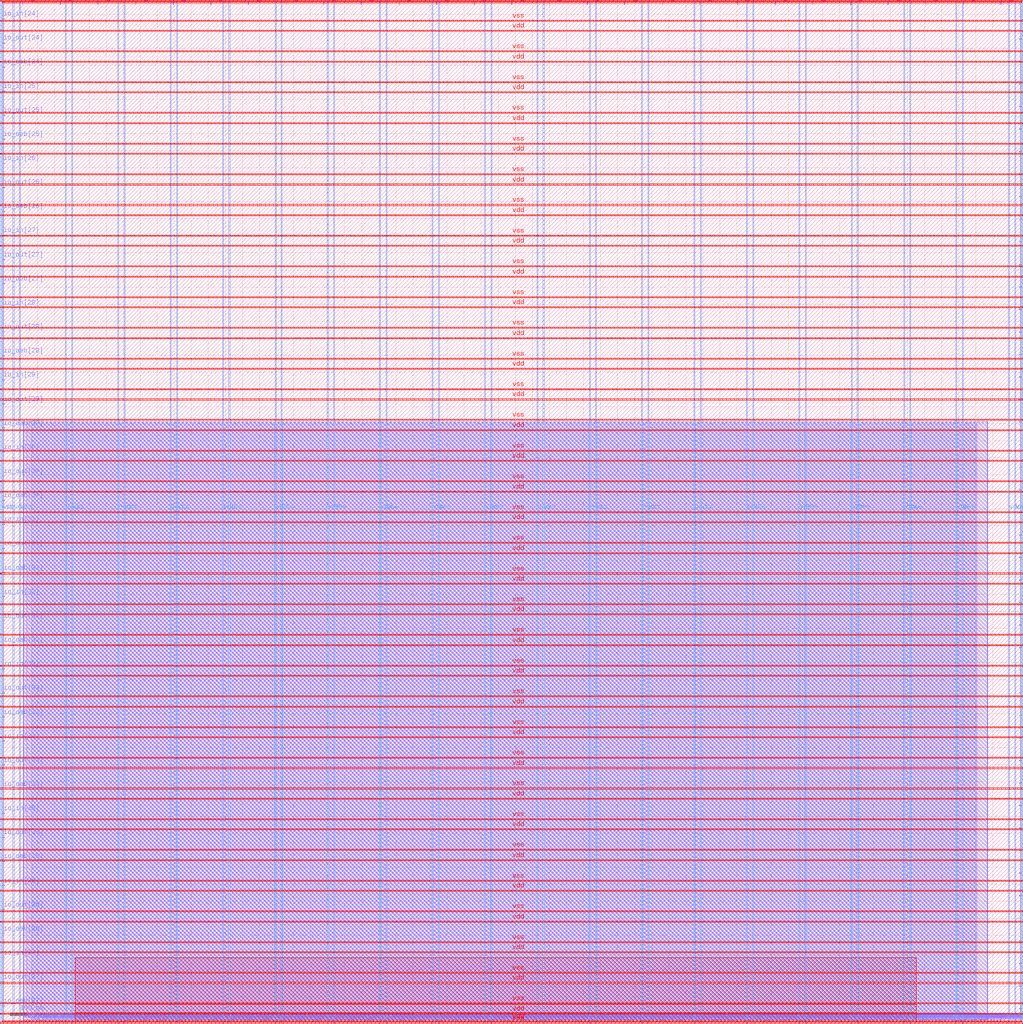
<source format=lef>
VERSION 5.7 ;
  NOWIREEXTENSIONATPIN ON ;
  DIVIDERCHAR "/" ;
  BUSBITCHARS "[]" ;
MACRO user_project_wrapper
  CLASS BLOCK ;
  FOREIGN user_project_wrapper ;
  ORIGIN 0.000 0.000 ;
  SIZE 2980.200 BY 2980.200 ;
  PIN io_in[0]
    DIRECTION INPUT ;
    USE SIGNAL ;
    PORT
      LAYER Metal3 ;
        RECT 2977.800 35.560 2985.000 36.680 ;
    END
  END io_in[0]
  PIN io_in[10]
    DIRECTION INPUT ;
    USE SIGNAL ;
    PORT
      LAYER Metal3 ;
        RECT 2977.800 2017.960 2985.000 2019.080 ;
    END
  END io_in[10]
  PIN io_in[11]
    DIRECTION INPUT ;
    USE SIGNAL ;
    PORT
      LAYER Metal3 ;
        RECT 2977.800 2216.200 2985.000 2217.320 ;
    END
  END io_in[11]
  PIN io_in[12]
    DIRECTION INPUT ;
    USE SIGNAL ;
    PORT
      LAYER Metal3 ;
        RECT 2977.800 2414.440 2985.000 2415.560 ;
    END
  END io_in[12]
  PIN io_in[13]
    DIRECTION INPUT ;
    USE SIGNAL ;
    PORT
      LAYER Metal3 ;
        RECT 2977.800 2612.680 2985.000 2613.800 ;
    END
  END io_in[13]
  PIN io_in[14]
    DIRECTION INPUT ;
    USE SIGNAL ;
    PORT
      LAYER Metal3 ;
        RECT 2977.800 2810.920 2985.000 2812.040 ;
    END
  END io_in[14]
  PIN io_in[15]
    DIRECTION INPUT ;
    USE SIGNAL ;
    PORT
      LAYER Metal2 ;
        RECT 2923.480 2977.800 2924.600 2985.000 ;
    END
  END io_in[15]
  PIN io_in[16]
    DIRECTION INPUT ;
    USE SIGNAL ;
    PORT
      LAYER Metal2 ;
        RECT 2592.520 2977.800 2593.640 2985.000 ;
    END
  END io_in[16]
  PIN io_in[17]
    DIRECTION INPUT ;
    USE SIGNAL ;
    PORT
      LAYER Metal2 ;
        RECT 2261.560 2977.800 2262.680 2985.000 ;
    END
  END io_in[17]
  PIN io_in[18]
    DIRECTION INPUT ;
    USE SIGNAL ;
    PORT
      LAYER Metal2 ;
        RECT 1930.600 2977.800 1931.720 2985.000 ;
    END
  END io_in[18]
  PIN io_in[19]
    DIRECTION INPUT ;
    USE SIGNAL ;
    PORT
      LAYER Metal2 ;
        RECT 1599.640 2977.800 1600.760 2985.000 ;
    END
  END io_in[19]
  PIN io_in[1]
    DIRECTION INPUT ;
    USE SIGNAL ;
    PORT
      LAYER Metal3 ;
        RECT 2977.800 233.800 2985.000 234.920 ;
    END
  END io_in[1]
  PIN io_in[20]
    DIRECTION INPUT ;
    USE SIGNAL ;
    PORT
      LAYER Metal2 ;
        RECT 1268.680 2977.800 1269.800 2985.000 ;
    END
  END io_in[20]
  PIN io_in[21]
    DIRECTION INPUT ;
    USE SIGNAL ;
    PORT
      LAYER Metal2 ;
        RECT 937.720 2977.800 938.840 2985.000 ;
    END
  END io_in[21]
  PIN io_in[22]
    DIRECTION INPUT ;
    USE SIGNAL ;
    PORT
      LAYER Metal2 ;
        RECT 606.760 2977.800 607.880 2985.000 ;
    END
  END io_in[22]
  PIN io_in[23]
    DIRECTION INPUT ;
    USE SIGNAL ;
    PORT
      LAYER Metal2 ;
        RECT 275.800 2977.800 276.920 2985.000 ;
    END
  END io_in[23]
  PIN io_in[24]
    DIRECTION INPUT ;
    USE SIGNAL ;
    PORT
      LAYER Metal3 ;
        RECT -4.800 2935.800 2.400 2936.920 ;
    END
  END io_in[24]
  PIN io_in[25]
    DIRECTION INPUT ;
    USE SIGNAL ;
    PORT
      LAYER Metal3 ;
        RECT -4.800 2724.120 2.400 2725.240 ;
    END
  END io_in[25]
  PIN io_in[26]
    DIRECTION INPUT ;
    USE SIGNAL ;
    PORT
      LAYER Metal3 ;
        RECT -4.800 2512.440 2.400 2513.560 ;
    END
  END io_in[26]
  PIN io_in[27]
    DIRECTION INPUT ;
    USE SIGNAL ;
    PORT
      LAYER Metal3 ;
        RECT -4.800 2300.760 2.400 2301.880 ;
    END
  END io_in[27]
  PIN io_in[28]
    DIRECTION INPUT ;
    USE SIGNAL ;
    PORT
      LAYER Metal3 ;
        RECT -4.800 2089.080 2.400 2090.200 ;
    END
  END io_in[28]
  PIN io_in[29]
    DIRECTION INPUT ;
    USE SIGNAL ;
    PORT
      LAYER Metal3 ;
        RECT -4.800 1877.400 2.400 1878.520 ;
    END
  END io_in[29]
  PIN io_in[2]
    DIRECTION INPUT ;
    USE SIGNAL ;
    PORT
      LAYER Metal3 ;
        RECT 2977.800 432.040 2985.000 433.160 ;
    END
  END io_in[2]
  PIN io_in[30]
    DIRECTION INPUT ;
    USE SIGNAL ;
    PORT
      LAYER Metal3 ;
        RECT -4.800 1665.720 2.400 1666.840 ;
    END
  END io_in[30]
  PIN io_in[31]
    DIRECTION INPUT ;
    USE SIGNAL ;
    PORT
      LAYER Metal3 ;
        RECT -4.800 1454.040 2.400 1455.160 ;
    END
  END io_in[31]
  PIN io_in[32]
    DIRECTION INPUT ;
    USE SIGNAL ;
    PORT
      LAYER Metal3 ;
        RECT -4.800 1242.360 2.400 1243.480 ;
    END
  END io_in[32]
  PIN io_in[33]
    DIRECTION INPUT ;
    USE SIGNAL ;
    PORT
      LAYER Metal3 ;
        RECT -4.800 1030.680 2.400 1031.800 ;
    END
  END io_in[33]
  PIN io_in[34]
    DIRECTION INPUT ;
    USE SIGNAL ;
    PORT
      LAYER Metal3 ;
        RECT -4.800 819.000 2.400 820.120 ;
    END
  END io_in[34]
  PIN io_in[35]
    DIRECTION INPUT ;
    USE SIGNAL ;
    PORT
      LAYER Metal3 ;
        RECT -4.800 607.320 2.400 608.440 ;
    END
  END io_in[35]
  PIN io_in[36]
    DIRECTION INPUT ;
    USE SIGNAL ;
    PORT
      LAYER Metal3 ;
        RECT -4.800 395.640 2.400 396.760 ;
    END
  END io_in[36]
  PIN io_in[37]
    DIRECTION INPUT ;
    USE SIGNAL ;
    PORT
      LAYER Metal3 ;
        RECT -4.800 183.960 2.400 185.080 ;
    END
  END io_in[37]
  PIN io_in[3]
    DIRECTION INPUT ;
    USE SIGNAL ;
    PORT
      LAYER Metal3 ;
        RECT 2977.800 630.280 2985.000 631.400 ;
    END
  END io_in[3]
  PIN io_in[4]
    DIRECTION INPUT ;
    USE SIGNAL ;
    PORT
      LAYER Metal3 ;
        RECT 2977.800 828.520 2985.000 829.640 ;
    END
  END io_in[4]
  PIN io_in[5]
    DIRECTION INPUT ;
    USE SIGNAL ;
    PORT
      LAYER Metal3 ;
        RECT 2977.800 1026.760 2985.000 1027.880 ;
    END
  END io_in[5]
  PIN io_in[6]
    DIRECTION INPUT ;
    USE SIGNAL ;
    PORT
      LAYER Metal3 ;
        RECT 2977.800 1225.000 2985.000 1226.120 ;
    END
  END io_in[6]
  PIN io_in[7]
    DIRECTION INPUT ;
    USE SIGNAL ;
    PORT
      LAYER Metal3 ;
        RECT 2977.800 1423.240 2985.000 1424.360 ;
    END
  END io_in[7]
  PIN io_in[8]
    DIRECTION INPUT ;
    USE SIGNAL ;
    PORT
      LAYER Metal3 ;
        RECT 2977.800 1621.480 2985.000 1622.600 ;
    END
  END io_in[8]
  PIN io_in[9]
    DIRECTION INPUT ;
    USE SIGNAL ;
    PORT
      LAYER Metal3 ;
        RECT 2977.800 1819.720 2985.000 1820.840 ;
    END
  END io_in[9]
  PIN io_oeb[0]
    DIRECTION OUTPUT TRISTATE ;
    USE SIGNAL ;
    PORT
      LAYER Metal3 ;
        RECT 2977.800 167.720 2985.000 168.840 ;
    END
  END io_oeb[0]
  PIN io_oeb[10]
    DIRECTION OUTPUT TRISTATE ;
    USE SIGNAL ;
    PORT
      LAYER Metal3 ;
        RECT 2977.800 2150.120 2985.000 2151.240 ;
    END
  END io_oeb[10]
  PIN io_oeb[11]
    DIRECTION OUTPUT TRISTATE ;
    USE SIGNAL ;
    PORT
      LAYER Metal3 ;
        RECT 2977.800 2348.360 2985.000 2349.480 ;
    END
  END io_oeb[11]
  PIN io_oeb[12]
    DIRECTION OUTPUT TRISTATE ;
    USE SIGNAL ;
    PORT
      LAYER Metal3 ;
        RECT 2977.800 2546.600 2985.000 2547.720 ;
    END
  END io_oeb[12]
  PIN io_oeb[13]
    DIRECTION OUTPUT TRISTATE ;
    USE SIGNAL ;
    PORT
      LAYER Metal3 ;
        RECT 2977.800 2744.840 2985.000 2745.960 ;
    END
  END io_oeb[13]
  PIN io_oeb[14]
    DIRECTION OUTPUT TRISTATE ;
    USE SIGNAL ;
    PORT
      LAYER Metal3 ;
        RECT 2977.800 2943.080 2985.000 2944.200 ;
    END
  END io_oeb[14]
  PIN io_oeb[15]
    DIRECTION OUTPUT TRISTATE ;
    USE SIGNAL ;
    PORT
      LAYER Metal2 ;
        RECT 2702.840 2977.800 2703.960 2985.000 ;
    END
  END io_oeb[15]
  PIN io_oeb[16]
    DIRECTION OUTPUT TRISTATE ;
    USE SIGNAL ;
    PORT
      LAYER Metal2 ;
        RECT 2371.880 2977.800 2373.000 2985.000 ;
    END
  END io_oeb[16]
  PIN io_oeb[17]
    DIRECTION OUTPUT TRISTATE ;
    USE SIGNAL ;
    PORT
      LAYER Metal2 ;
        RECT 2040.920 2977.800 2042.040 2985.000 ;
    END
  END io_oeb[17]
  PIN io_oeb[18]
    DIRECTION OUTPUT TRISTATE ;
    USE SIGNAL ;
    PORT
      LAYER Metal2 ;
        RECT 1709.960 2977.800 1711.080 2985.000 ;
    END
  END io_oeb[18]
  PIN io_oeb[19]
    DIRECTION OUTPUT TRISTATE ;
    USE SIGNAL ;
    PORT
      LAYER Metal2 ;
        RECT 1379.000 2977.800 1380.120 2985.000 ;
    END
  END io_oeb[19]
  PIN io_oeb[1]
    DIRECTION OUTPUT TRISTATE ;
    USE SIGNAL ;
    PORT
      LAYER Metal3 ;
        RECT 2977.800 365.960 2985.000 367.080 ;
    END
  END io_oeb[1]
  PIN io_oeb[20]
    DIRECTION OUTPUT TRISTATE ;
    USE SIGNAL ;
    PORT
      LAYER Metal2 ;
        RECT 1048.040 2977.800 1049.160 2985.000 ;
    END
  END io_oeb[20]
  PIN io_oeb[21]
    DIRECTION OUTPUT TRISTATE ;
    USE SIGNAL ;
    PORT
      LAYER Metal2 ;
        RECT 717.080 2977.800 718.200 2985.000 ;
    END
  END io_oeb[21]
  PIN io_oeb[22]
    DIRECTION OUTPUT TRISTATE ;
    USE SIGNAL ;
    PORT
      LAYER Metal2 ;
        RECT 386.120 2977.800 387.240 2985.000 ;
    END
  END io_oeb[22]
  PIN io_oeb[23]
    DIRECTION OUTPUT TRISTATE ;
    USE SIGNAL ;
    PORT
      LAYER Metal2 ;
        RECT 55.160 2977.800 56.280 2985.000 ;
    END
  END io_oeb[23]
  PIN io_oeb[24]
    DIRECTION OUTPUT TRISTATE ;
    USE SIGNAL ;
    PORT
      LAYER Metal3 ;
        RECT -4.800 2794.680 2.400 2795.800 ;
    END
  END io_oeb[24]
  PIN io_oeb[25]
    DIRECTION OUTPUT TRISTATE ;
    USE SIGNAL ;
    PORT
      LAYER Metal3 ;
        RECT -4.800 2583.000 2.400 2584.120 ;
    END
  END io_oeb[25]
  PIN io_oeb[26]
    DIRECTION OUTPUT TRISTATE ;
    USE SIGNAL ;
    PORT
      LAYER Metal3 ;
        RECT -4.800 2371.320 2.400 2372.440 ;
    END
  END io_oeb[26]
  PIN io_oeb[27]
    DIRECTION OUTPUT TRISTATE ;
    USE SIGNAL ;
    PORT
      LAYER Metal3 ;
        RECT -4.800 2159.640 2.400 2160.760 ;
    END
  END io_oeb[27]
  PIN io_oeb[28]
    DIRECTION OUTPUT TRISTATE ;
    USE SIGNAL ;
    PORT
      LAYER Metal3 ;
        RECT -4.800 1947.960 2.400 1949.080 ;
    END
  END io_oeb[28]
  PIN io_oeb[29]
    DIRECTION OUTPUT TRISTATE ;
    USE SIGNAL ;
    PORT
      LAYER Metal3 ;
        RECT -4.800 1736.280 2.400 1737.400 ;
    END
  END io_oeb[29]
  PIN io_oeb[2]
    DIRECTION OUTPUT TRISTATE ;
    USE SIGNAL ;
    PORT
      LAYER Metal3 ;
        RECT 2977.800 564.200 2985.000 565.320 ;
    END
  END io_oeb[2]
  PIN io_oeb[30]
    DIRECTION OUTPUT TRISTATE ;
    USE SIGNAL ;
    PORT
      LAYER Metal3 ;
        RECT -4.800 1524.600 2.400 1525.720 ;
    END
  END io_oeb[30]
  PIN io_oeb[31]
    DIRECTION OUTPUT TRISTATE ;
    USE SIGNAL ;
    PORT
      LAYER Metal3 ;
        RECT -4.800 1312.920 2.400 1314.040 ;
    END
  END io_oeb[31]
  PIN io_oeb[32]
    DIRECTION OUTPUT TRISTATE ;
    USE SIGNAL ;
    PORT
      LAYER Metal3 ;
        RECT -4.800 1101.240 2.400 1102.360 ;
    END
  END io_oeb[32]
  PIN io_oeb[33]
    DIRECTION OUTPUT TRISTATE ;
    USE SIGNAL ;
    PORT
      LAYER Metal3 ;
        RECT -4.800 889.560 2.400 890.680 ;
    END
  END io_oeb[33]
  PIN io_oeb[34]
    DIRECTION OUTPUT TRISTATE ;
    USE SIGNAL ;
    PORT
      LAYER Metal3 ;
        RECT -4.800 677.880 2.400 679.000 ;
    END
  END io_oeb[34]
  PIN io_oeb[35]
    DIRECTION OUTPUT TRISTATE ;
    USE SIGNAL ;
    PORT
      LAYER Metal3 ;
        RECT -4.800 466.200 2.400 467.320 ;
    END
  END io_oeb[35]
  PIN io_oeb[36]
    DIRECTION OUTPUT TRISTATE ;
    USE SIGNAL ;
    PORT
      LAYER Metal3 ;
        RECT -4.800 254.520 2.400 255.640 ;
    END
  END io_oeb[36]
  PIN io_oeb[37]
    DIRECTION OUTPUT TRISTATE ;
    USE SIGNAL ;
    PORT
      LAYER Metal3 ;
        RECT -4.800 42.840 2.400 43.960 ;
    END
  END io_oeb[37]
  PIN io_oeb[3]
    DIRECTION OUTPUT TRISTATE ;
    USE SIGNAL ;
    PORT
      LAYER Metal3 ;
        RECT 2977.800 762.440 2985.000 763.560 ;
    END
  END io_oeb[3]
  PIN io_oeb[4]
    DIRECTION OUTPUT TRISTATE ;
    USE SIGNAL ;
    PORT
      LAYER Metal3 ;
        RECT 2977.800 960.680 2985.000 961.800 ;
    END
  END io_oeb[4]
  PIN io_oeb[5]
    DIRECTION OUTPUT TRISTATE ;
    USE SIGNAL ;
    PORT
      LAYER Metal3 ;
        RECT 2977.800 1158.920 2985.000 1160.040 ;
    END
  END io_oeb[5]
  PIN io_oeb[6]
    DIRECTION OUTPUT TRISTATE ;
    USE SIGNAL ;
    PORT
      LAYER Metal3 ;
        RECT 2977.800 1357.160 2985.000 1358.280 ;
    END
  END io_oeb[6]
  PIN io_oeb[7]
    DIRECTION OUTPUT TRISTATE ;
    USE SIGNAL ;
    PORT
      LAYER Metal3 ;
        RECT 2977.800 1555.400 2985.000 1556.520 ;
    END
  END io_oeb[7]
  PIN io_oeb[8]
    DIRECTION OUTPUT TRISTATE ;
    USE SIGNAL ;
    PORT
      LAYER Metal3 ;
        RECT 2977.800 1753.640 2985.000 1754.760 ;
    END
  END io_oeb[8]
  PIN io_oeb[9]
    DIRECTION OUTPUT TRISTATE ;
    USE SIGNAL ;
    PORT
      LAYER Metal3 ;
        RECT 2977.800 1951.880 2985.000 1953.000 ;
    END
  END io_oeb[9]
  PIN io_out[0]
    DIRECTION OUTPUT TRISTATE ;
    USE SIGNAL ;
    PORT
      LAYER Metal3 ;
        RECT 2977.800 101.640 2985.000 102.760 ;
    END
  END io_out[0]
  PIN io_out[10]
    DIRECTION OUTPUT TRISTATE ;
    USE SIGNAL ;
    PORT
      LAYER Metal3 ;
        RECT 2977.800 2084.040 2985.000 2085.160 ;
    END
  END io_out[10]
  PIN io_out[11]
    DIRECTION OUTPUT TRISTATE ;
    USE SIGNAL ;
    PORT
      LAYER Metal3 ;
        RECT 2977.800 2282.280 2985.000 2283.400 ;
    END
  END io_out[11]
  PIN io_out[12]
    DIRECTION OUTPUT TRISTATE ;
    USE SIGNAL ;
    PORT
      LAYER Metal3 ;
        RECT 2977.800 2480.520 2985.000 2481.640 ;
    END
  END io_out[12]
  PIN io_out[13]
    DIRECTION OUTPUT TRISTATE ;
    USE SIGNAL ;
    PORT
      LAYER Metal3 ;
        RECT 2977.800 2678.760 2985.000 2679.880 ;
    END
  END io_out[13]
  PIN io_out[14]
    DIRECTION OUTPUT TRISTATE ;
    USE SIGNAL ;
    PORT
      LAYER Metal3 ;
        RECT 2977.800 2877.000 2985.000 2878.120 ;
    END
  END io_out[14]
  PIN io_out[15]
    DIRECTION OUTPUT TRISTATE ;
    USE SIGNAL ;
    PORT
      LAYER Metal2 ;
        RECT 2813.160 2977.800 2814.280 2985.000 ;
    END
  END io_out[15]
  PIN io_out[16]
    DIRECTION OUTPUT TRISTATE ;
    USE SIGNAL ;
    PORT
      LAYER Metal2 ;
        RECT 2482.200 2977.800 2483.320 2985.000 ;
    END
  END io_out[16]
  PIN io_out[17]
    DIRECTION OUTPUT TRISTATE ;
    USE SIGNAL ;
    PORT
      LAYER Metal2 ;
        RECT 2151.240 2977.800 2152.360 2985.000 ;
    END
  END io_out[17]
  PIN io_out[18]
    DIRECTION OUTPUT TRISTATE ;
    USE SIGNAL ;
    PORT
      LAYER Metal2 ;
        RECT 1820.280 2977.800 1821.400 2985.000 ;
    END
  END io_out[18]
  PIN io_out[19]
    DIRECTION OUTPUT TRISTATE ;
    USE SIGNAL ;
    PORT
      LAYER Metal2 ;
        RECT 1489.320 2977.800 1490.440 2985.000 ;
    END
  END io_out[19]
  PIN io_out[1]
    DIRECTION OUTPUT TRISTATE ;
    USE SIGNAL ;
    PORT
      LAYER Metal3 ;
        RECT 2977.800 299.880 2985.000 301.000 ;
    END
  END io_out[1]
  PIN io_out[20]
    DIRECTION OUTPUT TRISTATE ;
    USE SIGNAL ;
    PORT
      LAYER Metal2 ;
        RECT 1158.360 2977.800 1159.480 2985.000 ;
    END
  END io_out[20]
  PIN io_out[21]
    DIRECTION OUTPUT TRISTATE ;
    USE SIGNAL ;
    PORT
      LAYER Metal2 ;
        RECT 827.400 2977.800 828.520 2985.000 ;
    END
  END io_out[21]
  PIN io_out[22]
    DIRECTION OUTPUT TRISTATE ;
    USE SIGNAL ;
    PORT
      LAYER Metal2 ;
        RECT 496.440 2977.800 497.560 2985.000 ;
    END
  END io_out[22]
  PIN io_out[23]
    DIRECTION OUTPUT TRISTATE ;
    USE SIGNAL ;
    PORT
      LAYER Metal2 ;
        RECT 165.480 2977.800 166.600 2985.000 ;
    END
  END io_out[23]
  PIN io_out[24]
    DIRECTION OUTPUT TRISTATE ;
    USE SIGNAL ;
    PORT
      LAYER Metal3 ;
        RECT -4.800 2865.240 2.400 2866.360 ;
    END
  END io_out[24]
  PIN io_out[25]
    DIRECTION OUTPUT TRISTATE ;
    USE SIGNAL ;
    PORT
      LAYER Metal3 ;
        RECT -4.800 2653.560 2.400 2654.680 ;
    END
  END io_out[25]
  PIN io_out[26]
    DIRECTION OUTPUT TRISTATE ;
    USE SIGNAL ;
    PORT
      LAYER Metal3 ;
        RECT -4.800 2441.880 2.400 2443.000 ;
    END
  END io_out[26]
  PIN io_out[27]
    DIRECTION OUTPUT TRISTATE ;
    USE SIGNAL ;
    PORT
      LAYER Metal3 ;
        RECT -4.800 2230.200 2.400 2231.320 ;
    END
  END io_out[27]
  PIN io_out[28]
    DIRECTION OUTPUT TRISTATE ;
    USE SIGNAL ;
    PORT
      LAYER Metal3 ;
        RECT -4.800 2018.520 2.400 2019.640 ;
    END
  END io_out[28]
  PIN io_out[29]
    DIRECTION OUTPUT TRISTATE ;
    USE SIGNAL ;
    PORT
      LAYER Metal3 ;
        RECT -4.800 1806.840 2.400 1807.960 ;
    END
  END io_out[29]
  PIN io_out[2]
    DIRECTION OUTPUT TRISTATE ;
    USE SIGNAL ;
    PORT
      LAYER Metal3 ;
        RECT 2977.800 498.120 2985.000 499.240 ;
    END
  END io_out[2]
  PIN io_out[30]
    DIRECTION OUTPUT TRISTATE ;
    USE SIGNAL ;
    PORT
      LAYER Metal3 ;
        RECT -4.800 1595.160 2.400 1596.280 ;
    END
  END io_out[30]
  PIN io_out[31]
    DIRECTION OUTPUT TRISTATE ;
    USE SIGNAL ;
    PORT
      LAYER Metal3 ;
        RECT -4.800 1383.480 2.400 1384.600 ;
    END
  END io_out[31]
  PIN io_out[32]
    DIRECTION OUTPUT TRISTATE ;
    USE SIGNAL ;
    PORT
      LAYER Metal3 ;
        RECT -4.800 1171.800 2.400 1172.920 ;
    END
  END io_out[32]
  PIN io_out[33]
    DIRECTION OUTPUT TRISTATE ;
    USE SIGNAL ;
    PORT
      LAYER Metal3 ;
        RECT -4.800 960.120 2.400 961.240 ;
    END
  END io_out[33]
  PIN io_out[34]
    DIRECTION OUTPUT TRISTATE ;
    USE SIGNAL ;
    PORT
      LAYER Metal3 ;
        RECT -4.800 748.440 2.400 749.560 ;
    END
  END io_out[34]
  PIN io_out[35]
    DIRECTION OUTPUT TRISTATE ;
    USE SIGNAL ;
    PORT
      LAYER Metal3 ;
        RECT -4.800 536.760 2.400 537.880 ;
    END
  END io_out[35]
  PIN io_out[36]
    DIRECTION OUTPUT TRISTATE ;
    USE SIGNAL ;
    PORT
      LAYER Metal3 ;
        RECT -4.800 325.080 2.400 326.200 ;
    END
  END io_out[36]
  PIN io_out[37]
    DIRECTION OUTPUT TRISTATE ;
    USE SIGNAL ;
    PORT
      LAYER Metal3 ;
        RECT -4.800 113.400 2.400 114.520 ;
    END
  END io_out[37]
  PIN io_out[3]
    DIRECTION OUTPUT TRISTATE ;
    USE SIGNAL ;
    PORT
      LAYER Metal3 ;
        RECT 2977.800 696.360 2985.000 697.480 ;
    END
  END io_out[3]
  PIN io_out[4]
    DIRECTION OUTPUT TRISTATE ;
    USE SIGNAL ;
    PORT
      LAYER Metal3 ;
        RECT 2977.800 894.600 2985.000 895.720 ;
    END
  END io_out[4]
  PIN io_out[5]
    DIRECTION OUTPUT TRISTATE ;
    USE SIGNAL ;
    PORT
      LAYER Metal3 ;
        RECT 2977.800 1092.840 2985.000 1093.960 ;
    END
  END io_out[5]
  PIN io_out[6]
    DIRECTION OUTPUT TRISTATE ;
    USE SIGNAL ;
    PORT
      LAYER Metal3 ;
        RECT 2977.800 1291.080 2985.000 1292.200 ;
    END
  END io_out[6]
  PIN io_out[7]
    DIRECTION OUTPUT TRISTATE ;
    USE SIGNAL ;
    PORT
      LAYER Metal3 ;
        RECT 2977.800 1489.320 2985.000 1490.440 ;
    END
  END io_out[7]
  PIN io_out[8]
    DIRECTION OUTPUT TRISTATE ;
    USE SIGNAL ;
    PORT
      LAYER Metal3 ;
        RECT 2977.800 1687.560 2985.000 1688.680 ;
    END
  END io_out[8]
  PIN io_out[9]
    DIRECTION OUTPUT TRISTATE ;
    USE SIGNAL ;
    PORT
      LAYER Metal3 ;
        RECT 2977.800 1885.800 2985.000 1886.920 ;
    END
  END io_out[9]
  PIN la_data_in[0]
    DIRECTION INPUT ;
    USE SIGNAL ;
    PORT
      LAYER Metal2 ;
        RECT 1065.960 -4.800 1067.080 2.400 ;
    END
  END la_data_in[0]
  PIN la_data_in[10]
    DIRECTION INPUT ;
    USE SIGNAL ;
    PORT
      LAYER Metal2 ;
        RECT 1351.560 -4.800 1352.680 2.400 ;
    END
  END la_data_in[10]
  PIN la_data_in[11]
    DIRECTION INPUT ;
    USE SIGNAL ;
    PORT
      LAYER Metal2 ;
        RECT 1380.120 -4.800 1381.240 2.400 ;
    END
  END la_data_in[11]
  PIN la_data_in[12]
    DIRECTION INPUT ;
    USE SIGNAL ;
    PORT
      LAYER Metal2 ;
        RECT 1408.680 -4.800 1409.800 2.400 ;
    END
  END la_data_in[12]
  PIN la_data_in[13]
    DIRECTION INPUT ;
    USE SIGNAL ;
    PORT
      LAYER Metal2 ;
        RECT 1437.240 -4.800 1438.360 2.400 ;
    END
  END la_data_in[13]
  PIN la_data_in[14]
    DIRECTION INPUT ;
    USE SIGNAL ;
    PORT
      LAYER Metal2 ;
        RECT 1465.800 -4.800 1466.920 2.400 ;
    END
  END la_data_in[14]
  PIN la_data_in[15]
    DIRECTION INPUT ;
    USE SIGNAL ;
    PORT
      LAYER Metal2 ;
        RECT 1494.360 -4.800 1495.480 2.400 ;
    END
  END la_data_in[15]
  PIN la_data_in[16]
    DIRECTION INPUT ;
    USE SIGNAL ;
    PORT
      LAYER Metal2 ;
        RECT 1522.920 -4.800 1524.040 2.400 ;
    END
  END la_data_in[16]
  PIN la_data_in[17]
    DIRECTION INPUT ;
    USE SIGNAL ;
    PORT
      LAYER Metal2 ;
        RECT 1551.480 -4.800 1552.600 2.400 ;
    END
  END la_data_in[17]
  PIN la_data_in[18]
    DIRECTION INPUT ;
    USE SIGNAL ;
    PORT
      LAYER Metal2 ;
        RECT 1580.040 -4.800 1581.160 2.400 ;
    END
  END la_data_in[18]
  PIN la_data_in[19]
    DIRECTION INPUT ;
    USE SIGNAL ;
    PORT
      LAYER Metal2 ;
        RECT 1608.600 -4.800 1609.720 2.400 ;
    END
  END la_data_in[19]
  PIN la_data_in[1]
    DIRECTION INPUT ;
    USE SIGNAL ;
    PORT
      LAYER Metal2 ;
        RECT 1094.520 -4.800 1095.640 2.400 ;
    END
  END la_data_in[1]
  PIN la_data_in[20]
    DIRECTION INPUT ;
    USE SIGNAL ;
    PORT
      LAYER Metal2 ;
        RECT 1637.160 -4.800 1638.280 2.400 ;
    END
  END la_data_in[20]
  PIN la_data_in[21]
    DIRECTION INPUT ;
    USE SIGNAL ;
    PORT
      LAYER Metal2 ;
        RECT 1665.720 -4.800 1666.840 2.400 ;
    END
  END la_data_in[21]
  PIN la_data_in[22]
    DIRECTION INPUT ;
    USE SIGNAL ;
    PORT
      LAYER Metal2 ;
        RECT 1694.280 -4.800 1695.400 2.400 ;
    END
  END la_data_in[22]
  PIN la_data_in[23]
    DIRECTION INPUT ;
    USE SIGNAL ;
    PORT
      LAYER Metal2 ;
        RECT 1722.840 -4.800 1723.960 2.400 ;
    END
  END la_data_in[23]
  PIN la_data_in[24]
    DIRECTION INPUT ;
    USE SIGNAL ;
    PORT
      LAYER Metal2 ;
        RECT 1751.400 -4.800 1752.520 2.400 ;
    END
  END la_data_in[24]
  PIN la_data_in[25]
    DIRECTION INPUT ;
    USE SIGNAL ;
    PORT
      LAYER Metal2 ;
        RECT 1779.960 -4.800 1781.080 2.400 ;
    END
  END la_data_in[25]
  PIN la_data_in[26]
    DIRECTION INPUT ;
    USE SIGNAL ;
    PORT
      LAYER Metal2 ;
        RECT 1808.520 -4.800 1809.640 2.400 ;
    END
  END la_data_in[26]
  PIN la_data_in[27]
    DIRECTION INPUT ;
    USE SIGNAL ;
    PORT
      LAYER Metal2 ;
        RECT 1837.080 -4.800 1838.200 2.400 ;
    END
  END la_data_in[27]
  PIN la_data_in[28]
    DIRECTION INPUT ;
    USE SIGNAL ;
    PORT
      LAYER Metal2 ;
        RECT 1865.640 -4.800 1866.760 2.400 ;
    END
  END la_data_in[28]
  PIN la_data_in[29]
    DIRECTION INPUT ;
    USE SIGNAL ;
    PORT
      LAYER Metal2 ;
        RECT 1894.200 -4.800 1895.320 2.400 ;
    END
  END la_data_in[29]
  PIN la_data_in[2]
    DIRECTION INPUT ;
    USE SIGNAL ;
    PORT
      LAYER Metal2 ;
        RECT 1123.080 -4.800 1124.200 2.400 ;
    END
  END la_data_in[2]
  PIN la_data_in[30]
    DIRECTION INPUT ;
    USE SIGNAL ;
    PORT
      LAYER Metal2 ;
        RECT 1922.760 -4.800 1923.880 2.400 ;
    END
  END la_data_in[30]
  PIN la_data_in[31]
    DIRECTION INPUT ;
    USE SIGNAL ;
    PORT
      LAYER Metal2 ;
        RECT 1951.320 -4.800 1952.440 2.400 ;
    END
  END la_data_in[31]
  PIN la_data_in[32]
    DIRECTION INPUT ;
    USE SIGNAL ;
    PORT
      LAYER Metal2 ;
        RECT 1979.880 -4.800 1981.000 2.400 ;
    END
  END la_data_in[32]
  PIN la_data_in[33]
    DIRECTION INPUT ;
    USE SIGNAL ;
    PORT
      LAYER Metal2 ;
        RECT 2008.440 -4.800 2009.560 2.400 ;
    END
  END la_data_in[33]
  PIN la_data_in[34]
    DIRECTION INPUT ;
    USE SIGNAL ;
    PORT
      LAYER Metal2 ;
        RECT 2037.000 -4.800 2038.120 2.400 ;
    END
  END la_data_in[34]
  PIN la_data_in[35]
    DIRECTION INPUT ;
    USE SIGNAL ;
    PORT
      LAYER Metal2 ;
        RECT 2065.560 -4.800 2066.680 2.400 ;
    END
  END la_data_in[35]
  PIN la_data_in[36]
    DIRECTION INPUT ;
    USE SIGNAL ;
    PORT
      LAYER Metal2 ;
        RECT 2094.120 -4.800 2095.240 2.400 ;
    END
  END la_data_in[36]
  PIN la_data_in[37]
    DIRECTION INPUT ;
    USE SIGNAL ;
    PORT
      LAYER Metal2 ;
        RECT 2122.680 -4.800 2123.800 2.400 ;
    END
  END la_data_in[37]
  PIN la_data_in[38]
    DIRECTION INPUT ;
    USE SIGNAL ;
    PORT
      LAYER Metal2 ;
        RECT 2151.240 -4.800 2152.360 2.400 ;
    END
  END la_data_in[38]
  PIN la_data_in[39]
    DIRECTION INPUT ;
    USE SIGNAL ;
    PORT
      LAYER Metal2 ;
        RECT 2179.800 -4.800 2180.920 2.400 ;
    END
  END la_data_in[39]
  PIN la_data_in[3]
    DIRECTION INPUT ;
    USE SIGNAL ;
    PORT
      LAYER Metal2 ;
        RECT 1151.640 -4.800 1152.760 2.400 ;
    END
  END la_data_in[3]
  PIN la_data_in[40]
    DIRECTION INPUT ;
    USE SIGNAL ;
    PORT
      LAYER Metal2 ;
        RECT 2208.360 -4.800 2209.480 2.400 ;
    END
  END la_data_in[40]
  PIN la_data_in[41]
    DIRECTION INPUT ;
    USE SIGNAL ;
    PORT
      LAYER Metal2 ;
        RECT 2236.920 -4.800 2238.040 2.400 ;
    END
  END la_data_in[41]
  PIN la_data_in[42]
    DIRECTION INPUT ;
    USE SIGNAL ;
    PORT
      LAYER Metal2 ;
        RECT 2265.480 -4.800 2266.600 2.400 ;
    END
  END la_data_in[42]
  PIN la_data_in[43]
    DIRECTION INPUT ;
    USE SIGNAL ;
    PORT
      LAYER Metal2 ;
        RECT 2294.040 -4.800 2295.160 2.400 ;
    END
  END la_data_in[43]
  PIN la_data_in[44]
    DIRECTION INPUT ;
    USE SIGNAL ;
    PORT
      LAYER Metal2 ;
        RECT 2322.600 -4.800 2323.720 2.400 ;
    END
  END la_data_in[44]
  PIN la_data_in[45]
    DIRECTION INPUT ;
    USE SIGNAL ;
    PORT
      LAYER Metal2 ;
        RECT 2351.160 -4.800 2352.280 2.400 ;
    END
  END la_data_in[45]
  PIN la_data_in[46]
    DIRECTION INPUT ;
    USE SIGNAL ;
    PORT
      LAYER Metal2 ;
        RECT 2379.720 -4.800 2380.840 2.400 ;
    END
  END la_data_in[46]
  PIN la_data_in[47]
    DIRECTION INPUT ;
    USE SIGNAL ;
    PORT
      LAYER Metal2 ;
        RECT 2408.280 -4.800 2409.400 2.400 ;
    END
  END la_data_in[47]
  PIN la_data_in[48]
    DIRECTION INPUT ;
    USE SIGNAL ;
    PORT
      LAYER Metal2 ;
        RECT 2436.840 -4.800 2437.960 2.400 ;
    END
  END la_data_in[48]
  PIN la_data_in[49]
    DIRECTION INPUT ;
    USE SIGNAL ;
    PORT
      LAYER Metal2 ;
        RECT 2465.400 -4.800 2466.520 2.400 ;
    END
  END la_data_in[49]
  PIN la_data_in[4]
    DIRECTION INPUT ;
    USE SIGNAL ;
    PORT
      LAYER Metal2 ;
        RECT 1180.200 -4.800 1181.320 2.400 ;
    END
  END la_data_in[4]
  PIN la_data_in[50]
    DIRECTION INPUT ;
    USE SIGNAL ;
    PORT
      LAYER Metal2 ;
        RECT 2493.960 -4.800 2495.080 2.400 ;
    END
  END la_data_in[50]
  PIN la_data_in[51]
    DIRECTION INPUT ;
    USE SIGNAL ;
    PORT
      LAYER Metal2 ;
        RECT 2522.520 -4.800 2523.640 2.400 ;
    END
  END la_data_in[51]
  PIN la_data_in[52]
    DIRECTION INPUT ;
    USE SIGNAL ;
    PORT
      LAYER Metal2 ;
        RECT 2551.080 -4.800 2552.200 2.400 ;
    END
  END la_data_in[52]
  PIN la_data_in[53]
    DIRECTION INPUT ;
    USE SIGNAL ;
    PORT
      LAYER Metal2 ;
        RECT 2579.640 -4.800 2580.760 2.400 ;
    END
  END la_data_in[53]
  PIN la_data_in[54]
    DIRECTION INPUT ;
    USE SIGNAL ;
    PORT
      LAYER Metal2 ;
        RECT 2608.200 -4.800 2609.320 2.400 ;
    END
  END la_data_in[54]
  PIN la_data_in[55]
    DIRECTION INPUT ;
    USE SIGNAL ;
    PORT
      LAYER Metal2 ;
        RECT 2636.760 -4.800 2637.880 2.400 ;
    END
  END la_data_in[55]
  PIN la_data_in[56]
    DIRECTION INPUT ;
    USE SIGNAL ;
    PORT
      LAYER Metal2 ;
        RECT 2665.320 -4.800 2666.440 2.400 ;
    END
  END la_data_in[56]
  PIN la_data_in[57]
    DIRECTION INPUT ;
    USE SIGNAL ;
    PORT
      LAYER Metal2 ;
        RECT 2693.880 -4.800 2695.000 2.400 ;
    END
  END la_data_in[57]
  PIN la_data_in[58]
    DIRECTION INPUT ;
    USE SIGNAL ;
    PORT
      LAYER Metal2 ;
        RECT 2722.440 -4.800 2723.560 2.400 ;
    END
  END la_data_in[58]
  PIN la_data_in[59]
    DIRECTION INPUT ;
    USE SIGNAL ;
    PORT
      LAYER Metal2 ;
        RECT 2751.000 -4.800 2752.120 2.400 ;
    END
  END la_data_in[59]
  PIN la_data_in[5]
    DIRECTION INPUT ;
    USE SIGNAL ;
    PORT
      LAYER Metal2 ;
        RECT 1208.760 -4.800 1209.880 2.400 ;
    END
  END la_data_in[5]
  PIN la_data_in[60]
    DIRECTION INPUT ;
    USE SIGNAL ;
    PORT
      LAYER Metal2 ;
        RECT 2779.560 -4.800 2780.680 2.400 ;
    END
  END la_data_in[60]
  PIN la_data_in[61]
    DIRECTION INPUT ;
    USE SIGNAL ;
    PORT
      LAYER Metal2 ;
        RECT 2808.120 -4.800 2809.240 2.400 ;
    END
  END la_data_in[61]
  PIN la_data_in[62]
    DIRECTION INPUT ;
    USE SIGNAL ;
    PORT
      LAYER Metal2 ;
        RECT 2836.680 -4.800 2837.800 2.400 ;
    END
  END la_data_in[62]
  PIN la_data_in[63]
    DIRECTION INPUT ;
    USE SIGNAL ;
    PORT
      LAYER Metal2 ;
        RECT 2865.240 -4.800 2866.360 2.400 ;
    END
  END la_data_in[63]
  PIN la_data_in[6]
    DIRECTION INPUT ;
    USE SIGNAL ;
    PORT
      LAYER Metal2 ;
        RECT 1237.320 -4.800 1238.440 2.400 ;
    END
  END la_data_in[6]
  PIN la_data_in[7]
    DIRECTION INPUT ;
    USE SIGNAL ;
    PORT
      LAYER Metal2 ;
        RECT 1265.880 -4.800 1267.000 2.400 ;
    END
  END la_data_in[7]
  PIN la_data_in[8]
    DIRECTION INPUT ;
    USE SIGNAL ;
    PORT
      LAYER Metal2 ;
        RECT 1294.440 -4.800 1295.560 2.400 ;
    END
  END la_data_in[8]
  PIN la_data_in[9]
    DIRECTION INPUT ;
    USE SIGNAL ;
    PORT
      LAYER Metal2 ;
        RECT 1323.000 -4.800 1324.120 2.400 ;
    END
  END la_data_in[9]
  PIN la_data_out[0]
    DIRECTION OUTPUT TRISTATE ;
    USE SIGNAL ;
    PORT
      LAYER Metal2 ;
        RECT 1075.480 -4.800 1076.600 2.400 ;
    END
  END la_data_out[0]
  PIN la_data_out[10]
    DIRECTION OUTPUT TRISTATE ;
    USE SIGNAL ;
    PORT
      LAYER Metal2 ;
        RECT 1361.080 -4.800 1362.200 2.400 ;
    END
  END la_data_out[10]
  PIN la_data_out[11]
    DIRECTION OUTPUT TRISTATE ;
    USE SIGNAL ;
    PORT
      LAYER Metal2 ;
        RECT 1389.640 -4.800 1390.760 2.400 ;
    END
  END la_data_out[11]
  PIN la_data_out[12]
    DIRECTION OUTPUT TRISTATE ;
    USE SIGNAL ;
    PORT
      LAYER Metal2 ;
        RECT 1418.200 -4.800 1419.320 2.400 ;
    END
  END la_data_out[12]
  PIN la_data_out[13]
    DIRECTION OUTPUT TRISTATE ;
    USE SIGNAL ;
    PORT
      LAYER Metal2 ;
        RECT 1446.760 -4.800 1447.880 2.400 ;
    END
  END la_data_out[13]
  PIN la_data_out[14]
    DIRECTION OUTPUT TRISTATE ;
    USE SIGNAL ;
    PORT
      LAYER Metal2 ;
        RECT 1475.320 -4.800 1476.440 2.400 ;
    END
  END la_data_out[14]
  PIN la_data_out[15]
    DIRECTION OUTPUT TRISTATE ;
    USE SIGNAL ;
    PORT
      LAYER Metal2 ;
        RECT 1503.880 -4.800 1505.000 2.400 ;
    END
  END la_data_out[15]
  PIN la_data_out[16]
    DIRECTION OUTPUT TRISTATE ;
    USE SIGNAL ;
    PORT
      LAYER Metal2 ;
        RECT 1532.440 -4.800 1533.560 2.400 ;
    END
  END la_data_out[16]
  PIN la_data_out[17]
    DIRECTION OUTPUT TRISTATE ;
    USE SIGNAL ;
    PORT
      LAYER Metal2 ;
        RECT 1561.000 -4.800 1562.120 2.400 ;
    END
  END la_data_out[17]
  PIN la_data_out[18]
    DIRECTION OUTPUT TRISTATE ;
    USE SIGNAL ;
    PORT
      LAYER Metal2 ;
        RECT 1589.560 -4.800 1590.680 2.400 ;
    END
  END la_data_out[18]
  PIN la_data_out[19]
    DIRECTION OUTPUT TRISTATE ;
    USE SIGNAL ;
    PORT
      LAYER Metal2 ;
        RECT 1618.120 -4.800 1619.240 2.400 ;
    END
  END la_data_out[19]
  PIN la_data_out[1]
    DIRECTION OUTPUT TRISTATE ;
    USE SIGNAL ;
    PORT
      LAYER Metal2 ;
        RECT 1104.040 -4.800 1105.160 2.400 ;
    END
  END la_data_out[1]
  PIN la_data_out[20]
    DIRECTION OUTPUT TRISTATE ;
    USE SIGNAL ;
    PORT
      LAYER Metal2 ;
        RECT 1646.680 -4.800 1647.800 2.400 ;
    END
  END la_data_out[20]
  PIN la_data_out[21]
    DIRECTION OUTPUT TRISTATE ;
    USE SIGNAL ;
    PORT
      LAYER Metal2 ;
        RECT 1675.240 -4.800 1676.360 2.400 ;
    END
  END la_data_out[21]
  PIN la_data_out[22]
    DIRECTION OUTPUT TRISTATE ;
    USE SIGNAL ;
    PORT
      LAYER Metal2 ;
        RECT 1703.800 -4.800 1704.920 2.400 ;
    END
  END la_data_out[22]
  PIN la_data_out[23]
    DIRECTION OUTPUT TRISTATE ;
    USE SIGNAL ;
    PORT
      LAYER Metal2 ;
        RECT 1732.360 -4.800 1733.480 2.400 ;
    END
  END la_data_out[23]
  PIN la_data_out[24]
    DIRECTION OUTPUT TRISTATE ;
    USE SIGNAL ;
    PORT
      LAYER Metal2 ;
        RECT 1760.920 -4.800 1762.040 2.400 ;
    END
  END la_data_out[24]
  PIN la_data_out[25]
    DIRECTION OUTPUT TRISTATE ;
    USE SIGNAL ;
    PORT
      LAYER Metal2 ;
        RECT 1789.480 -4.800 1790.600 2.400 ;
    END
  END la_data_out[25]
  PIN la_data_out[26]
    DIRECTION OUTPUT TRISTATE ;
    USE SIGNAL ;
    PORT
      LAYER Metal2 ;
        RECT 1818.040 -4.800 1819.160 2.400 ;
    END
  END la_data_out[26]
  PIN la_data_out[27]
    DIRECTION OUTPUT TRISTATE ;
    USE SIGNAL ;
    PORT
      LAYER Metal2 ;
        RECT 1846.600 -4.800 1847.720 2.400 ;
    END
  END la_data_out[27]
  PIN la_data_out[28]
    DIRECTION OUTPUT TRISTATE ;
    USE SIGNAL ;
    PORT
      LAYER Metal2 ;
        RECT 1875.160 -4.800 1876.280 2.400 ;
    END
  END la_data_out[28]
  PIN la_data_out[29]
    DIRECTION OUTPUT TRISTATE ;
    USE SIGNAL ;
    PORT
      LAYER Metal2 ;
        RECT 1903.720 -4.800 1904.840 2.400 ;
    END
  END la_data_out[29]
  PIN la_data_out[2]
    DIRECTION OUTPUT TRISTATE ;
    USE SIGNAL ;
    PORT
      LAYER Metal2 ;
        RECT 1132.600 -4.800 1133.720 2.400 ;
    END
  END la_data_out[2]
  PIN la_data_out[30]
    DIRECTION OUTPUT TRISTATE ;
    USE SIGNAL ;
    PORT
      LAYER Metal2 ;
        RECT 1932.280 -4.800 1933.400 2.400 ;
    END
  END la_data_out[30]
  PIN la_data_out[31]
    DIRECTION OUTPUT TRISTATE ;
    USE SIGNAL ;
    PORT
      LAYER Metal2 ;
        RECT 1960.840 -4.800 1961.960 2.400 ;
    END
  END la_data_out[31]
  PIN la_data_out[32]
    DIRECTION OUTPUT TRISTATE ;
    USE SIGNAL ;
    PORT
      LAYER Metal2 ;
        RECT 1989.400 -4.800 1990.520 2.400 ;
    END
  END la_data_out[32]
  PIN la_data_out[33]
    DIRECTION OUTPUT TRISTATE ;
    USE SIGNAL ;
    PORT
      LAYER Metal2 ;
        RECT 2017.960 -4.800 2019.080 2.400 ;
    END
  END la_data_out[33]
  PIN la_data_out[34]
    DIRECTION OUTPUT TRISTATE ;
    USE SIGNAL ;
    PORT
      LAYER Metal2 ;
        RECT 2046.520 -4.800 2047.640 2.400 ;
    END
  END la_data_out[34]
  PIN la_data_out[35]
    DIRECTION OUTPUT TRISTATE ;
    USE SIGNAL ;
    PORT
      LAYER Metal2 ;
        RECT 2075.080 -4.800 2076.200 2.400 ;
    END
  END la_data_out[35]
  PIN la_data_out[36]
    DIRECTION OUTPUT TRISTATE ;
    USE SIGNAL ;
    PORT
      LAYER Metal2 ;
        RECT 2103.640 -4.800 2104.760 2.400 ;
    END
  END la_data_out[36]
  PIN la_data_out[37]
    DIRECTION OUTPUT TRISTATE ;
    USE SIGNAL ;
    PORT
      LAYER Metal2 ;
        RECT 2132.200 -4.800 2133.320 2.400 ;
    END
  END la_data_out[37]
  PIN la_data_out[38]
    DIRECTION OUTPUT TRISTATE ;
    USE SIGNAL ;
    PORT
      LAYER Metal2 ;
        RECT 2160.760 -4.800 2161.880 2.400 ;
    END
  END la_data_out[38]
  PIN la_data_out[39]
    DIRECTION OUTPUT TRISTATE ;
    USE SIGNAL ;
    PORT
      LAYER Metal2 ;
        RECT 2189.320 -4.800 2190.440 2.400 ;
    END
  END la_data_out[39]
  PIN la_data_out[3]
    DIRECTION OUTPUT TRISTATE ;
    USE SIGNAL ;
    PORT
      LAYER Metal2 ;
        RECT 1161.160 -4.800 1162.280 2.400 ;
    END
  END la_data_out[3]
  PIN la_data_out[40]
    DIRECTION OUTPUT TRISTATE ;
    USE SIGNAL ;
    PORT
      LAYER Metal2 ;
        RECT 2217.880 -4.800 2219.000 2.400 ;
    END
  END la_data_out[40]
  PIN la_data_out[41]
    DIRECTION OUTPUT TRISTATE ;
    USE SIGNAL ;
    PORT
      LAYER Metal2 ;
        RECT 2246.440 -4.800 2247.560 2.400 ;
    END
  END la_data_out[41]
  PIN la_data_out[42]
    DIRECTION OUTPUT TRISTATE ;
    USE SIGNAL ;
    PORT
      LAYER Metal2 ;
        RECT 2275.000 -4.800 2276.120 2.400 ;
    END
  END la_data_out[42]
  PIN la_data_out[43]
    DIRECTION OUTPUT TRISTATE ;
    USE SIGNAL ;
    PORT
      LAYER Metal2 ;
        RECT 2303.560 -4.800 2304.680 2.400 ;
    END
  END la_data_out[43]
  PIN la_data_out[44]
    DIRECTION OUTPUT TRISTATE ;
    USE SIGNAL ;
    PORT
      LAYER Metal2 ;
        RECT 2332.120 -4.800 2333.240 2.400 ;
    END
  END la_data_out[44]
  PIN la_data_out[45]
    DIRECTION OUTPUT TRISTATE ;
    USE SIGNAL ;
    PORT
      LAYER Metal2 ;
        RECT 2360.680 -4.800 2361.800 2.400 ;
    END
  END la_data_out[45]
  PIN la_data_out[46]
    DIRECTION OUTPUT TRISTATE ;
    USE SIGNAL ;
    PORT
      LAYER Metal2 ;
        RECT 2389.240 -4.800 2390.360 2.400 ;
    END
  END la_data_out[46]
  PIN la_data_out[47]
    DIRECTION OUTPUT TRISTATE ;
    USE SIGNAL ;
    PORT
      LAYER Metal2 ;
        RECT 2417.800 -4.800 2418.920 2.400 ;
    END
  END la_data_out[47]
  PIN la_data_out[48]
    DIRECTION OUTPUT TRISTATE ;
    USE SIGNAL ;
    PORT
      LAYER Metal2 ;
        RECT 2446.360 -4.800 2447.480 2.400 ;
    END
  END la_data_out[48]
  PIN la_data_out[49]
    DIRECTION OUTPUT TRISTATE ;
    USE SIGNAL ;
    PORT
      LAYER Metal2 ;
        RECT 2474.920 -4.800 2476.040 2.400 ;
    END
  END la_data_out[49]
  PIN la_data_out[4]
    DIRECTION OUTPUT TRISTATE ;
    USE SIGNAL ;
    PORT
      LAYER Metal2 ;
        RECT 1189.720 -4.800 1190.840 2.400 ;
    END
  END la_data_out[4]
  PIN la_data_out[50]
    DIRECTION OUTPUT TRISTATE ;
    USE SIGNAL ;
    PORT
      LAYER Metal2 ;
        RECT 2503.480 -4.800 2504.600 2.400 ;
    END
  END la_data_out[50]
  PIN la_data_out[51]
    DIRECTION OUTPUT TRISTATE ;
    USE SIGNAL ;
    PORT
      LAYER Metal2 ;
        RECT 2532.040 -4.800 2533.160 2.400 ;
    END
  END la_data_out[51]
  PIN la_data_out[52]
    DIRECTION OUTPUT TRISTATE ;
    USE SIGNAL ;
    PORT
      LAYER Metal2 ;
        RECT 2560.600 -4.800 2561.720 2.400 ;
    END
  END la_data_out[52]
  PIN la_data_out[53]
    DIRECTION OUTPUT TRISTATE ;
    USE SIGNAL ;
    PORT
      LAYER Metal2 ;
        RECT 2589.160 -4.800 2590.280 2.400 ;
    END
  END la_data_out[53]
  PIN la_data_out[54]
    DIRECTION OUTPUT TRISTATE ;
    USE SIGNAL ;
    PORT
      LAYER Metal2 ;
        RECT 2617.720 -4.800 2618.840 2.400 ;
    END
  END la_data_out[54]
  PIN la_data_out[55]
    DIRECTION OUTPUT TRISTATE ;
    USE SIGNAL ;
    PORT
      LAYER Metal2 ;
        RECT 2646.280 -4.800 2647.400 2.400 ;
    END
  END la_data_out[55]
  PIN la_data_out[56]
    DIRECTION OUTPUT TRISTATE ;
    USE SIGNAL ;
    PORT
      LAYER Metal2 ;
        RECT 2674.840 -4.800 2675.960 2.400 ;
    END
  END la_data_out[56]
  PIN la_data_out[57]
    DIRECTION OUTPUT TRISTATE ;
    USE SIGNAL ;
    PORT
      LAYER Metal2 ;
        RECT 2703.400 -4.800 2704.520 2.400 ;
    END
  END la_data_out[57]
  PIN la_data_out[58]
    DIRECTION OUTPUT TRISTATE ;
    USE SIGNAL ;
    PORT
      LAYER Metal2 ;
        RECT 2731.960 -4.800 2733.080 2.400 ;
    END
  END la_data_out[58]
  PIN la_data_out[59]
    DIRECTION OUTPUT TRISTATE ;
    USE SIGNAL ;
    PORT
      LAYER Metal2 ;
        RECT 2760.520 -4.800 2761.640 2.400 ;
    END
  END la_data_out[59]
  PIN la_data_out[5]
    DIRECTION OUTPUT TRISTATE ;
    USE SIGNAL ;
    PORT
      LAYER Metal2 ;
        RECT 1218.280 -4.800 1219.400 2.400 ;
    END
  END la_data_out[5]
  PIN la_data_out[60]
    DIRECTION OUTPUT TRISTATE ;
    USE SIGNAL ;
    PORT
      LAYER Metal2 ;
        RECT 2789.080 -4.800 2790.200 2.400 ;
    END
  END la_data_out[60]
  PIN la_data_out[61]
    DIRECTION OUTPUT TRISTATE ;
    USE SIGNAL ;
    PORT
      LAYER Metal2 ;
        RECT 2817.640 -4.800 2818.760 2.400 ;
    END
  END la_data_out[61]
  PIN la_data_out[62]
    DIRECTION OUTPUT TRISTATE ;
    USE SIGNAL ;
    PORT
      LAYER Metal2 ;
        RECT 2846.200 -4.800 2847.320 2.400 ;
    END
  END la_data_out[62]
  PIN la_data_out[63]
    DIRECTION OUTPUT TRISTATE ;
    USE SIGNAL ;
    PORT
      LAYER Metal2 ;
        RECT 2874.760 -4.800 2875.880 2.400 ;
    END
  END la_data_out[63]
  PIN la_data_out[6]
    DIRECTION OUTPUT TRISTATE ;
    USE SIGNAL ;
    PORT
      LAYER Metal2 ;
        RECT 1246.840 -4.800 1247.960 2.400 ;
    END
  END la_data_out[6]
  PIN la_data_out[7]
    DIRECTION OUTPUT TRISTATE ;
    USE SIGNAL ;
    PORT
      LAYER Metal2 ;
        RECT 1275.400 -4.800 1276.520 2.400 ;
    END
  END la_data_out[7]
  PIN la_data_out[8]
    DIRECTION OUTPUT TRISTATE ;
    USE SIGNAL ;
    PORT
      LAYER Metal2 ;
        RECT 1303.960 -4.800 1305.080 2.400 ;
    END
  END la_data_out[8]
  PIN la_data_out[9]
    DIRECTION OUTPUT TRISTATE ;
    USE SIGNAL ;
    PORT
      LAYER Metal2 ;
        RECT 1332.520 -4.800 1333.640 2.400 ;
    END
  END la_data_out[9]
  PIN la_oenb[0]
    DIRECTION INPUT ;
    USE SIGNAL ;
    PORT
      LAYER Metal2 ;
        RECT 1085.000 -4.800 1086.120 2.400 ;
    END
  END la_oenb[0]
  PIN la_oenb[10]
    DIRECTION INPUT ;
    USE SIGNAL ;
    PORT
      LAYER Metal2 ;
        RECT 1370.600 -4.800 1371.720 2.400 ;
    END
  END la_oenb[10]
  PIN la_oenb[11]
    DIRECTION INPUT ;
    USE SIGNAL ;
    PORT
      LAYER Metal2 ;
        RECT 1399.160 -4.800 1400.280 2.400 ;
    END
  END la_oenb[11]
  PIN la_oenb[12]
    DIRECTION INPUT ;
    USE SIGNAL ;
    PORT
      LAYER Metal2 ;
        RECT 1427.720 -4.800 1428.840 2.400 ;
    END
  END la_oenb[12]
  PIN la_oenb[13]
    DIRECTION INPUT ;
    USE SIGNAL ;
    PORT
      LAYER Metal2 ;
        RECT 1456.280 -4.800 1457.400 2.400 ;
    END
  END la_oenb[13]
  PIN la_oenb[14]
    DIRECTION INPUT ;
    USE SIGNAL ;
    PORT
      LAYER Metal2 ;
        RECT 1484.840 -4.800 1485.960 2.400 ;
    END
  END la_oenb[14]
  PIN la_oenb[15]
    DIRECTION INPUT ;
    USE SIGNAL ;
    PORT
      LAYER Metal2 ;
        RECT 1513.400 -4.800 1514.520 2.400 ;
    END
  END la_oenb[15]
  PIN la_oenb[16]
    DIRECTION INPUT ;
    USE SIGNAL ;
    PORT
      LAYER Metal2 ;
        RECT 1541.960 -4.800 1543.080 2.400 ;
    END
  END la_oenb[16]
  PIN la_oenb[17]
    DIRECTION INPUT ;
    USE SIGNAL ;
    PORT
      LAYER Metal2 ;
        RECT 1570.520 -4.800 1571.640 2.400 ;
    END
  END la_oenb[17]
  PIN la_oenb[18]
    DIRECTION INPUT ;
    USE SIGNAL ;
    PORT
      LAYER Metal2 ;
        RECT 1599.080 -4.800 1600.200 2.400 ;
    END
  END la_oenb[18]
  PIN la_oenb[19]
    DIRECTION INPUT ;
    USE SIGNAL ;
    PORT
      LAYER Metal2 ;
        RECT 1627.640 -4.800 1628.760 2.400 ;
    END
  END la_oenb[19]
  PIN la_oenb[1]
    DIRECTION INPUT ;
    USE SIGNAL ;
    PORT
      LAYER Metal2 ;
        RECT 1113.560 -4.800 1114.680 2.400 ;
    END
  END la_oenb[1]
  PIN la_oenb[20]
    DIRECTION INPUT ;
    USE SIGNAL ;
    PORT
      LAYER Metal2 ;
        RECT 1656.200 -4.800 1657.320 2.400 ;
    END
  END la_oenb[20]
  PIN la_oenb[21]
    DIRECTION INPUT ;
    USE SIGNAL ;
    PORT
      LAYER Metal2 ;
        RECT 1684.760 -4.800 1685.880 2.400 ;
    END
  END la_oenb[21]
  PIN la_oenb[22]
    DIRECTION INPUT ;
    USE SIGNAL ;
    PORT
      LAYER Metal2 ;
        RECT 1713.320 -4.800 1714.440 2.400 ;
    END
  END la_oenb[22]
  PIN la_oenb[23]
    DIRECTION INPUT ;
    USE SIGNAL ;
    PORT
      LAYER Metal2 ;
        RECT 1741.880 -4.800 1743.000 2.400 ;
    END
  END la_oenb[23]
  PIN la_oenb[24]
    DIRECTION INPUT ;
    USE SIGNAL ;
    PORT
      LAYER Metal2 ;
        RECT 1770.440 -4.800 1771.560 2.400 ;
    END
  END la_oenb[24]
  PIN la_oenb[25]
    DIRECTION INPUT ;
    USE SIGNAL ;
    PORT
      LAYER Metal2 ;
        RECT 1799.000 -4.800 1800.120 2.400 ;
    END
  END la_oenb[25]
  PIN la_oenb[26]
    DIRECTION INPUT ;
    USE SIGNAL ;
    PORT
      LAYER Metal2 ;
        RECT 1827.560 -4.800 1828.680 2.400 ;
    END
  END la_oenb[26]
  PIN la_oenb[27]
    DIRECTION INPUT ;
    USE SIGNAL ;
    PORT
      LAYER Metal2 ;
        RECT 1856.120 -4.800 1857.240 2.400 ;
    END
  END la_oenb[27]
  PIN la_oenb[28]
    DIRECTION INPUT ;
    USE SIGNAL ;
    PORT
      LAYER Metal2 ;
        RECT 1884.680 -4.800 1885.800 2.400 ;
    END
  END la_oenb[28]
  PIN la_oenb[29]
    DIRECTION INPUT ;
    USE SIGNAL ;
    PORT
      LAYER Metal2 ;
        RECT 1913.240 -4.800 1914.360 2.400 ;
    END
  END la_oenb[29]
  PIN la_oenb[2]
    DIRECTION INPUT ;
    USE SIGNAL ;
    PORT
      LAYER Metal2 ;
        RECT 1142.120 -4.800 1143.240 2.400 ;
    END
  END la_oenb[2]
  PIN la_oenb[30]
    DIRECTION INPUT ;
    USE SIGNAL ;
    PORT
      LAYER Metal2 ;
        RECT 1941.800 -4.800 1942.920 2.400 ;
    END
  END la_oenb[30]
  PIN la_oenb[31]
    DIRECTION INPUT ;
    USE SIGNAL ;
    PORT
      LAYER Metal2 ;
        RECT 1970.360 -4.800 1971.480 2.400 ;
    END
  END la_oenb[31]
  PIN la_oenb[32]
    DIRECTION INPUT ;
    USE SIGNAL ;
    PORT
      LAYER Metal2 ;
        RECT 1998.920 -4.800 2000.040 2.400 ;
    END
  END la_oenb[32]
  PIN la_oenb[33]
    DIRECTION INPUT ;
    USE SIGNAL ;
    PORT
      LAYER Metal2 ;
        RECT 2027.480 -4.800 2028.600 2.400 ;
    END
  END la_oenb[33]
  PIN la_oenb[34]
    DIRECTION INPUT ;
    USE SIGNAL ;
    PORT
      LAYER Metal2 ;
        RECT 2056.040 -4.800 2057.160 2.400 ;
    END
  END la_oenb[34]
  PIN la_oenb[35]
    DIRECTION INPUT ;
    USE SIGNAL ;
    PORT
      LAYER Metal2 ;
        RECT 2084.600 -4.800 2085.720 2.400 ;
    END
  END la_oenb[35]
  PIN la_oenb[36]
    DIRECTION INPUT ;
    USE SIGNAL ;
    PORT
      LAYER Metal2 ;
        RECT 2113.160 -4.800 2114.280 2.400 ;
    END
  END la_oenb[36]
  PIN la_oenb[37]
    DIRECTION INPUT ;
    USE SIGNAL ;
    PORT
      LAYER Metal2 ;
        RECT 2141.720 -4.800 2142.840 2.400 ;
    END
  END la_oenb[37]
  PIN la_oenb[38]
    DIRECTION INPUT ;
    USE SIGNAL ;
    PORT
      LAYER Metal2 ;
        RECT 2170.280 -4.800 2171.400 2.400 ;
    END
  END la_oenb[38]
  PIN la_oenb[39]
    DIRECTION INPUT ;
    USE SIGNAL ;
    PORT
      LAYER Metal2 ;
        RECT 2198.840 -4.800 2199.960 2.400 ;
    END
  END la_oenb[39]
  PIN la_oenb[3]
    DIRECTION INPUT ;
    USE SIGNAL ;
    PORT
      LAYER Metal2 ;
        RECT 1170.680 -4.800 1171.800 2.400 ;
    END
  END la_oenb[3]
  PIN la_oenb[40]
    DIRECTION INPUT ;
    USE SIGNAL ;
    PORT
      LAYER Metal2 ;
        RECT 2227.400 -4.800 2228.520 2.400 ;
    END
  END la_oenb[40]
  PIN la_oenb[41]
    DIRECTION INPUT ;
    USE SIGNAL ;
    PORT
      LAYER Metal2 ;
        RECT 2255.960 -4.800 2257.080 2.400 ;
    END
  END la_oenb[41]
  PIN la_oenb[42]
    DIRECTION INPUT ;
    USE SIGNAL ;
    PORT
      LAYER Metal2 ;
        RECT 2284.520 -4.800 2285.640 2.400 ;
    END
  END la_oenb[42]
  PIN la_oenb[43]
    DIRECTION INPUT ;
    USE SIGNAL ;
    PORT
      LAYER Metal2 ;
        RECT 2313.080 -4.800 2314.200 2.400 ;
    END
  END la_oenb[43]
  PIN la_oenb[44]
    DIRECTION INPUT ;
    USE SIGNAL ;
    PORT
      LAYER Metal2 ;
        RECT 2341.640 -4.800 2342.760 2.400 ;
    END
  END la_oenb[44]
  PIN la_oenb[45]
    DIRECTION INPUT ;
    USE SIGNAL ;
    PORT
      LAYER Metal2 ;
        RECT 2370.200 -4.800 2371.320 2.400 ;
    END
  END la_oenb[45]
  PIN la_oenb[46]
    DIRECTION INPUT ;
    USE SIGNAL ;
    PORT
      LAYER Metal2 ;
        RECT 2398.760 -4.800 2399.880 2.400 ;
    END
  END la_oenb[46]
  PIN la_oenb[47]
    DIRECTION INPUT ;
    USE SIGNAL ;
    PORT
      LAYER Metal2 ;
        RECT 2427.320 -4.800 2428.440 2.400 ;
    END
  END la_oenb[47]
  PIN la_oenb[48]
    DIRECTION INPUT ;
    USE SIGNAL ;
    PORT
      LAYER Metal2 ;
        RECT 2455.880 -4.800 2457.000 2.400 ;
    END
  END la_oenb[48]
  PIN la_oenb[49]
    DIRECTION INPUT ;
    USE SIGNAL ;
    PORT
      LAYER Metal2 ;
        RECT 2484.440 -4.800 2485.560 2.400 ;
    END
  END la_oenb[49]
  PIN la_oenb[4]
    DIRECTION INPUT ;
    USE SIGNAL ;
    PORT
      LAYER Metal2 ;
        RECT 1199.240 -4.800 1200.360 2.400 ;
    END
  END la_oenb[4]
  PIN la_oenb[50]
    DIRECTION INPUT ;
    USE SIGNAL ;
    PORT
      LAYER Metal2 ;
        RECT 2513.000 -4.800 2514.120 2.400 ;
    END
  END la_oenb[50]
  PIN la_oenb[51]
    DIRECTION INPUT ;
    USE SIGNAL ;
    PORT
      LAYER Metal2 ;
        RECT 2541.560 -4.800 2542.680 2.400 ;
    END
  END la_oenb[51]
  PIN la_oenb[52]
    DIRECTION INPUT ;
    USE SIGNAL ;
    PORT
      LAYER Metal2 ;
        RECT 2570.120 -4.800 2571.240 2.400 ;
    END
  END la_oenb[52]
  PIN la_oenb[53]
    DIRECTION INPUT ;
    USE SIGNAL ;
    PORT
      LAYER Metal2 ;
        RECT 2598.680 -4.800 2599.800 2.400 ;
    END
  END la_oenb[53]
  PIN la_oenb[54]
    DIRECTION INPUT ;
    USE SIGNAL ;
    PORT
      LAYER Metal2 ;
        RECT 2627.240 -4.800 2628.360 2.400 ;
    END
  END la_oenb[54]
  PIN la_oenb[55]
    DIRECTION INPUT ;
    USE SIGNAL ;
    PORT
      LAYER Metal2 ;
        RECT 2655.800 -4.800 2656.920 2.400 ;
    END
  END la_oenb[55]
  PIN la_oenb[56]
    DIRECTION INPUT ;
    USE SIGNAL ;
    PORT
      LAYER Metal2 ;
        RECT 2684.360 -4.800 2685.480 2.400 ;
    END
  END la_oenb[56]
  PIN la_oenb[57]
    DIRECTION INPUT ;
    USE SIGNAL ;
    PORT
      LAYER Metal2 ;
        RECT 2712.920 -4.800 2714.040 2.400 ;
    END
  END la_oenb[57]
  PIN la_oenb[58]
    DIRECTION INPUT ;
    USE SIGNAL ;
    PORT
      LAYER Metal2 ;
        RECT 2741.480 -4.800 2742.600 2.400 ;
    END
  END la_oenb[58]
  PIN la_oenb[59]
    DIRECTION INPUT ;
    USE SIGNAL ;
    PORT
      LAYER Metal2 ;
        RECT 2770.040 -4.800 2771.160 2.400 ;
    END
  END la_oenb[59]
  PIN la_oenb[5]
    DIRECTION INPUT ;
    USE SIGNAL ;
    PORT
      LAYER Metal2 ;
        RECT 1227.800 -4.800 1228.920 2.400 ;
    END
  END la_oenb[5]
  PIN la_oenb[60]
    DIRECTION INPUT ;
    USE SIGNAL ;
    PORT
      LAYER Metal2 ;
        RECT 2798.600 -4.800 2799.720 2.400 ;
    END
  END la_oenb[60]
  PIN la_oenb[61]
    DIRECTION INPUT ;
    USE SIGNAL ;
    PORT
      LAYER Metal2 ;
        RECT 2827.160 -4.800 2828.280 2.400 ;
    END
  END la_oenb[61]
  PIN la_oenb[62]
    DIRECTION INPUT ;
    USE SIGNAL ;
    PORT
      LAYER Metal2 ;
        RECT 2855.720 -4.800 2856.840 2.400 ;
    END
  END la_oenb[62]
  PIN la_oenb[63]
    DIRECTION INPUT ;
    USE SIGNAL ;
    PORT
      LAYER Metal2 ;
        RECT 2884.280 -4.800 2885.400 2.400 ;
    END
  END la_oenb[63]
  PIN la_oenb[6]
    DIRECTION INPUT ;
    USE SIGNAL ;
    PORT
      LAYER Metal2 ;
        RECT 1256.360 -4.800 1257.480 2.400 ;
    END
  END la_oenb[6]
  PIN la_oenb[7]
    DIRECTION INPUT ;
    USE SIGNAL ;
    PORT
      LAYER Metal2 ;
        RECT 1284.920 -4.800 1286.040 2.400 ;
    END
  END la_oenb[7]
  PIN la_oenb[8]
    DIRECTION INPUT ;
    USE SIGNAL ;
    PORT
      LAYER Metal2 ;
        RECT 1313.480 -4.800 1314.600 2.400 ;
    END
  END la_oenb[8]
  PIN la_oenb[9]
    DIRECTION INPUT ;
    USE SIGNAL ;
    PORT
      LAYER Metal2 ;
        RECT 1342.040 -4.800 1343.160 2.400 ;
    END
  END la_oenb[9]
  PIN user_clock2
    DIRECTION INPUT ;
    USE SIGNAL ;
    PORT
      LAYER Metal2 ;
        RECT 2893.800 -4.800 2894.920 2.400 ;
    END
  END user_clock2
  PIN user_irq[0]
    DIRECTION OUTPUT TRISTATE ;
    USE SIGNAL ;
    PORT
      LAYER Metal2 ;
        RECT 2903.320 -4.800 2904.440 2.400 ;
    END
  END user_irq[0]
  PIN user_irq[1]
    DIRECTION OUTPUT TRISTATE ;
    USE SIGNAL ;
    PORT
      LAYER Metal2 ;
        RECT 2912.840 -4.800 2913.960 2.400 ;
    END
  END user_irq[1]
  PIN user_irq[2]
    DIRECTION OUTPUT TRISTATE ;
    USE SIGNAL ;
    PORT
      LAYER Metal2 ;
        RECT 2922.360 -4.800 2923.480 2.400 ;
    END
  END user_irq[2]
  PIN vdd
    DIRECTION INOUT ;
    USE POWER ;
    PORT
      LAYER Metal4 ;
        RECT -4.780 -3.420 -1.680 2986.540 ;
    END
    PORT
      LAYER Metal5 ;
        RECT -4.780 -3.420 2985.100 -0.320 ;
    END
    PORT
      LAYER Metal5 ;
        RECT -4.780 2983.440 2985.100 2986.540 ;
    END
    PORT
      LAYER Metal4 ;
        RECT 2982.000 -3.420 2985.100 2986.540 ;
    END
    PORT
      LAYER Metal4 ;
        RECT 27.090 -8.220 30.190 2991.340 ;
    END
    PORT
      LAYER Metal4 ;
        RECT 180.690 -8.220 183.790 2991.340 ;
    END
    PORT
      LAYER Metal4 ;
        RECT 334.290 -8.220 337.390 2991.340 ;
    END
    PORT
      LAYER Metal4 ;
        RECT 487.890 -8.220 490.990 2991.340 ;
    END
    PORT
      LAYER Metal4 ;
        RECT 641.490 -8.220 644.590 2991.340 ;
    END
    PORT
      LAYER Metal4 ;
        RECT 795.090 -8.220 798.190 2991.340 ;
    END
    PORT
      LAYER Metal4 ;
        RECT 948.690 -8.220 951.790 2991.340 ;
    END
    PORT
      LAYER Metal4 ;
        RECT 1102.290 -8.220 1105.390 2991.340 ;
    END
    PORT
      LAYER Metal4 ;
        RECT 1255.890 -8.220 1258.990 2991.340 ;
    END
    PORT
      LAYER Metal4 ;
        RECT 1409.490 -8.220 1412.590 2991.340 ;
    END
    PORT
      LAYER Metal4 ;
        RECT 1563.090 -8.220 1566.190 2991.340 ;
    END
    PORT
      LAYER Metal4 ;
        RECT 1716.690 -8.220 1719.790 2991.340 ;
    END
    PORT
      LAYER Metal4 ;
        RECT 1870.290 -8.220 1873.390 2991.340 ;
    END
    PORT
      LAYER Metal4 ;
        RECT 2023.890 -8.220 2026.990 2991.340 ;
    END
    PORT
      LAYER Metal4 ;
        RECT 2177.490 -8.220 2180.590 2991.340 ;
    END
    PORT
      LAYER Metal4 ;
        RECT 2331.090 -8.220 2334.190 2991.340 ;
    END
    PORT
      LAYER Metal4 ;
        RECT 2484.690 -8.220 2487.790 2991.340 ;
    END
    PORT
      LAYER Metal4 ;
        RECT 2638.290 -8.220 2641.390 2991.340 ;
    END
    PORT
      LAYER Metal4 ;
        RECT 2791.890 -8.220 2794.990 2991.340 ;
    END
    PORT
      LAYER Metal4 ;
        RECT 2945.490 -8.220 2948.590 2991.340 ;
    END
    PORT
      LAYER Metal5 ;
        RECT -9.580 19.130 2989.900 22.230 ;
    END
    PORT
      LAYER Metal5 ;
        RECT -9.580 109.130 2989.900 112.230 ;
    END
    PORT
      LAYER Metal5 ;
        RECT -9.580 199.130 2989.900 202.230 ;
    END
    PORT
      LAYER Metal5 ;
        RECT -9.580 289.130 2989.900 292.230 ;
    END
    PORT
      LAYER Metal5 ;
        RECT -9.580 379.130 2989.900 382.230 ;
    END
    PORT
      LAYER Metal5 ;
        RECT -9.580 469.130 2989.900 472.230 ;
    END
    PORT
      LAYER Metal5 ;
        RECT -9.580 559.130 2989.900 562.230 ;
    END
    PORT
      LAYER Metal5 ;
        RECT -9.580 649.130 2989.900 652.230 ;
    END
    PORT
      LAYER Metal5 ;
        RECT -9.580 739.130 2989.900 742.230 ;
    END
    PORT
      LAYER Metal5 ;
        RECT -9.580 829.130 2989.900 832.230 ;
    END
    PORT
      LAYER Metal5 ;
        RECT -9.580 919.130 2989.900 922.230 ;
    END
    PORT
      LAYER Metal5 ;
        RECT -9.580 1009.130 2989.900 1012.230 ;
    END
    PORT
      LAYER Metal5 ;
        RECT -9.580 1099.130 2989.900 1102.230 ;
    END
    PORT
      LAYER Metal5 ;
        RECT -9.580 1189.130 2989.900 1192.230 ;
    END
    PORT
      LAYER Metal5 ;
        RECT -9.580 1279.130 2989.900 1282.230 ;
    END
    PORT
      LAYER Metal5 ;
        RECT -9.580 1369.130 2989.900 1372.230 ;
    END
    PORT
      LAYER Metal5 ;
        RECT -9.580 1459.130 2989.900 1462.230 ;
    END
    PORT
      LAYER Metal5 ;
        RECT -9.580 1549.130 2989.900 1552.230 ;
    END
    PORT
      LAYER Metal5 ;
        RECT -9.580 1639.130 2989.900 1642.230 ;
    END
    PORT
      LAYER Metal5 ;
        RECT -9.580 1729.130 2989.900 1732.230 ;
    END
    PORT
      LAYER Metal5 ;
        RECT -9.580 1819.130 2989.900 1822.230 ;
    END
    PORT
      LAYER Metal5 ;
        RECT -9.580 1909.130 2989.900 1912.230 ;
    END
    PORT
      LAYER Metal5 ;
        RECT -9.580 1999.130 2989.900 2002.230 ;
    END
    PORT
      LAYER Metal5 ;
        RECT -9.580 2089.130 2989.900 2092.230 ;
    END
    PORT
      LAYER Metal5 ;
        RECT -9.580 2179.130 2989.900 2182.230 ;
    END
    PORT
      LAYER Metal5 ;
        RECT -9.580 2269.130 2989.900 2272.230 ;
    END
    PORT
      LAYER Metal5 ;
        RECT -9.580 2359.130 2989.900 2362.230 ;
    END
    PORT
      LAYER Metal5 ;
        RECT -9.580 2449.130 2989.900 2452.230 ;
    END
    PORT
      LAYER Metal5 ;
        RECT -9.580 2539.130 2989.900 2542.230 ;
    END
    PORT
      LAYER Metal5 ;
        RECT -9.580 2629.130 2989.900 2632.230 ;
    END
    PORT
      LAYER Metal5 ;
        RECT -9.580 2719.130 2989.900 2722.230 ;
    END
    PORT
      LAYER Metal5 ;
        RECT -9.580 2809.130 2989.900 2812.230 ;
    END
    PORT
      LAYER Metal5 ;
        RECT -9.580 2899.130 2989.900 2902.230 ;
    END
  END vdd
  PIN vss
    DIRECTION INOUT ;
    USE GROUND ;
    PORT
      LAYER Metal4 ;
        RECT -9.580 -8.220 -6.480 2991.340 ;
    END
    PORT
      LAYER Metal5 ;
        RECT -9.580 -8.220 2989.900 -5.120 ;
    END
    PORT
      LAYER Metal5 ;
        RECT -9.580 2988.240 2989.900 2991.340 ;
    END
    PORT
      LAYER Metal4 ;
        RECT 2986.800 -8.220 2989.900 2991.340 ;
    END
    PORT
      LAYER Metal4 ;
        RECT 45.690 -8.220 48.790 2991.340 ;
    END
    PORT
      LAYER Metal4 ;
        RECT 199.290 -8.220 202.390 2991.340 ;
    END
    PORT
      LAYER Metal4 ;
        RECT 352.890 -8.220 355.990 2991.340 ;
    END
    PORT
      LAYER Metal4 ;
        RECT 506.490 -8.220 509.590 2991.340 ;
    END
    PORT
      LAYER Metal4 ;
        RECT 660.090 -8.220 663.190 2991.340 ;
    END
    PORT
      LAYER Metal4 ;
        RECT 813.690 -8.220 816.790 2991.340 ;
    END
    PORT
      LAYER Metal4 ;
        RECT 967.290 -8.220 970.390 2991.340 ;
    END
    PORT
      LAYER Metal4 ;
        RECT 1120.890 -8.220 1123.990 2991.340 ;
    END
    PORT
      LAYER Metal4 ;
        RECT 1274.490 -8.220 1277.590 2991.340 ;
    END
    PORT
      LAYER Metal4 ;
        RECT 1428.090 -8.220 1431.190 2991.340 ;
    END
    PORT
      LAYER Metal4 ;
        RECT 1581.690 -8.220 1584.790 2991.340 ;
    END
    PORT
      LAYER Metal4 ;
        RECT 1735.290 -8.220 1738.390 2991.340 ;
    END
    PORT
      LAYER Metal4 ;
        RECT 1888.890 -8.220 1891.990 2991.340 ;
    END
    PORT
      LAYER Metal4 ;
        RECT 2042.490 -8.220 2045.590 2991.340 ;
    END
    PORT
      LAYER Metal4 ;
        RECT 2196.090 -8.220 2199.190 2991.340 ;
    END
    PORT
      LAYER Metal4 ;
        RECT 2349.690 -8.220 2352.790 2991.340 ;
    END
    PORT
      LAYER Metal4 ;
        RECT 2503.290 -8.220 2506.390 2991.340 ;
    END
    PORT
      LAYER Metal4 ;
        RECT 2656.890 -8.220 2659.990 2991.340 ;
    END
    PORT
      LAYER Metal4 ;
        RECT 2810.490 -8.220 2813.590 2991.340 ;
    END
    PORT
      LAYER Metal4 ;
        RECT 2964.090 -8.220 2967.190 2991.340 ;
    END
    PORT
      LAYER Metal5 ;
        RECT -9.580 49.130 2989.900 52.230 ;
    END
    PORT
      LAYER Metal5 ;
        RECT -9.580 139.130 2989.900 142.230 ;
    END
    PORT
      LAYER Metal5 ;
        RECT -9.580 229.130 2989.900 232.230 ;
    END
    PORT
      LAYER Metal5 ;
        RECT -9.580 319.130 2989.900 322.230 ;
    END
    PORT
      LAYER Metal5 ;
        RECT -9.580 409.130 2989.900 412.230 ;
    END
    PORT
      LAYER Metal5 ;
        RECT -9.580 499.130 2989.900 502.230 ;
    END
    PORT
      LAYER Metal5 ;
        RECT -9.580 589.130 2989.900 592.230 ;
    END
    PORT
      LAYER Metal5 ;
        RECT -9.580 679.130 2989.900 682.230 ;
    END
    PORT
      LAYER Metal5 ;
        RECT -9.580 769.130 2989.900 772.230 ;
    END
    PORT
      LAYER Metal5 ;
        RECT -9.580 859.130 2989.900 862.230 ;
    END
    PORT
      LAYER Metal5 ;
        RECT -9.580 949.130 2989.900 952.230 ;
    END
    PORT
      LAYER Metal5 ;
        RECT -9.580 1039.130 2989.900 1042.230 ;
    END
    PORT
      LAYER Metal5 ;
        RECT -9.580 1129.130 2989.900 1132.230 ;
    END
    PORT
      LAYER Metal5 ;
        RECT -9.580 1219.130 2989.900 1222.230 ;
    END
    PORT
      LAYER Metal5 ;
        RECT -9.580 1309.130 2989.900 1312.230 ;
    END
    PORT
      LAYER Metal5 ;
        RECT -9.580 1399.130 2989.900 1402.230 ;
    END
    PORT
      LAYER Metal5 ;
        RECT -9.580 1489.130 2989.900 1492.230 ;
    END
    PORT
      LAYER Metal5 ;
        RECT -9.580 1579.130 2989.900 1582.230 ;
    END
    PORT
      LAYER Metal5 ;
        RECT -9.580 1669.130 2989.900 1672.230 ;
    END
    PORT
      LAYER Metal5 ;
        RECT -9.580 1759.130 2989.900 1762.230 ;
    END
    PORT
      LAYER Metal5 ;
        RECT -9.580 1849.130 2989.900 1852.230 ;
    END
    PORT
      LAYER Metal5 ;
        RECT -9.580 1939.130 2989.900 1942.230 ;
    END
    PORT
      LAYER Metal5 ;
        RECT -9.580 2029.130 2989.900 2032.230 ;
    END
    PORT
      LAYER Metal5 ;
        RECT -9.580 2119.130 2989.900 2122.230 ;
    END
    PORT
      LAYER Metal5 ;
        RECT -9.580 2209.130 2989.900 2212.230 ;
    END
    PORT
      LAYER Metal5 ;
        RECT -9.580 2299.130 2989.900 2302.230 ;
    END
    PORT
      LAYER Metal5 ;
        RECT -9.580 2389.130 2989.900 2392.230 ;
    END
    PORT
      LAYER Metal5 ;
        RECT -9.580 2479.130 2989.900 2482.230 ;
    END
    PORT
      LAYER Metal5 ;
        RECT -9.580 2569.130 2989.900 2572.230 ;
    END
    PORT
      LAYER Metal5 ;
        RECT -9.580 2659.130 2989.900 2662.230 ;
    END
    PORT
      LAYER Metal5 ;
        RECT -9.580 2749.130 2989.900 2752.230 ;
    END
    PORT
      LAYER Metal5 ;
        RECT -9.580 2839.130 2989.900 2842.230 ;
    END
    PORT
      LAYER Metal5 ;
        RECT -9.580 2929.130 2989.900 2932.230 ;
    END
  END vss
  PIN wb_clk_i
    DIRECTION INPUT ;
    USE SIGNAL ;
    PORT
      LAYER Metal2 ;
        RECT 56.840 -4.800 57.960 2.400 ;
    END
  END wb_clk_i
  PIN wb_rst_i
    DIRECTION INPUT ;
    USE SIGNAL ;
    PORT
      LAYER Metal2 ;
        RECT 66.360 -4.800 67.480 2.400 ;
    END
  END wb_rst_i
  PIN wbs_ack_o
    DIRECTION OUTPUT TRISTATE ;
    USE SIGNAL ;
    PORT
      LAYER Metal2 ;
        RECT 75.880 -4.800 77.000 2.400 ;
    END
  END wbs_ack_o
  PIN wbs_adr_i[0]
    DIRECTION INPUT ;
    USE SIGNAL ;
    PORT
      LAYER Metal2 ;
        RECT 113.960 -4.800 115.080 2.400 ;
    END
  END wbs_adr_i[0]
  PIN wbs_adr_i[10]
    DIRECTION INPUT ;
    USE SIGNAL ;
    PORT
      LAYER Metal2 ;
        RECT 437.640 -4.800 438.760 2.400 ;
    END
  END wbs_adr_i[10]
  PIN wbs_adr_i[11]
    DIRECTION INPUT ;
    USE SIGNAL ;
    PORT
      LAYER Metal2 ;
        RECT 466.200 -4.800 467.320 2.400 ;
    END
  END wbs_adr_i[11]
  PIN wbs_adr_i[12]
    DIRECTION INPUT ;
    USE SIGNAL ;
    PORT
      LAYER Metal2 ;
        RECT 494.760 -4.800 495.880 2.400 ;
    END
  END wbs_adr_i[12]
  PIN wbs_adr_i[13]
    DIRECTION INPUT ;
    USE SIGNAL ;
    PORT
      LAYER Metal2 ;
        RECT 523.320 -4.800 524.440 2.400 ;
    END
  END wbs_adr_i[13]
  PIN wbs_adr_i[14]
    DIRECTION INPUT ;
    USE SIGNAL ;
    PORT
      LAYER Metal2 ;
        RECT 551.880 -4.800 553.000 2.400 ;
    END
  END wbs_adr_i[14]
  PIN wbs_adr_i[15]
    DIRECTION INPUT ;
    USE SIGNAL ;
    PORT
      LAYER Metal2 ;
        RECT 580.440 -4.800 581.560 2.400 ;
    END
  END wbs_adr_i[15]
  PIN wbs_adr_i[16]
    DIRECTION INPUT ;
    USE SIGNAL ;
    PORT
      LAYER Metal2 ;
        RECT 609.000 -4.800 610.120 2.400 ;
    END
  END wbs_adr_i[16]
  PIN wbs_adr_i[17]
    DIRECTION INPUT ;
    USE SIGNAL ;
    PORT
      LAYER Metal2 ;
        RECT 637.560 -4.800 638.680 2.400 ;
    END
  END wbs_adr_i[17]
  PIN wbs_adr_i[18]
    DIRECTION INPUT ;
    USE SIGNAL ;
    PORT
      LAYER Metal2 ;
        RECT 666.120 -4.800 667.240 2.400 ;
    END
  END wbs_adr_i[18]
  PIN wbs_adr_i[19]
    DIRECTION INPUT ;
    USE SIGNAL ;
    PORT
      LAYER Metal2 ;
        RECT 694.680 -4.800 695.800 2.400 ;
    END
  END wbs_adr_i[19]
  PIN wbs_adr_i[1]
    DIRECTION INPUT ;
    USE SIGNAL ;
    PORT
      LAYER Metal2 ;
        RECT 152.040 -4.800 153.160 2.400 ;
    END
  END wbs_adr_i[1]
  PIN wbs_adr_i[20]
    DIRECTION INPUT ;
    USE SIGNAL ;
    PORT
      LAYER Metal2 ;
        RECT 723.240 -4.800 724.360 2.400 ;
    END
  END wbs_adr_i[20]
  PIN wbs_adr_i[21]
    DIRECTION INPUT ;
    USE SIGNAL ;
    PORT
      LAYER Metal2 ;
        RECT 751.800 -4.800 752.920 2.400 ;
    END
  END wbs_adr_i[21]
  PIN wbs_adr_i[22]
    DIRECTION INPUT ;
    USE SIGNAL ;
    PORT
      LAYER Metal2 ;
        RECT 780.360 -4.800 781.480 2.400 ;
    END
  END wbs_adr_i[22]
  PIN wbs_adr_i[23]
    DIRECTION INPUT ;
    USE SIGNAL ;
    PORT
      LAYER Metal2 ;
        RECT 808.920 -4.800 810.040 2.400 ;
    END
  END wbs_adr_i[23]
  PIN wbs_adr_i[24]
    DIRECTION INPUT ;
    USE SIGNAL ;
    PORT
      LAYER Metal2 ;
        RECT 837.480 -4.800 838.600 2.400 ;
    END
  END wbs_adr_i[24]
  PIN wbs_adr_i[25]
    DIRECTION INPUT ;
    USE SIGNAL ;
    PORT
      LAYER Metal2 ;
        RECT 866.040 -4.800 867.160 2.400 ;
    END
  END wbs_adr_i[25]
  PIN wbs_adr_i[26]
    DIRECTION INPUT ;
    USE SIGNAL ;
    PORT
      LAYER Metal2 ;
        RECT 894.600 -4.800 895.720 2.400 ;
    END
  END wbs_adr_i[26]
  PIN wbs_adr_i[27]
    DIRECTION INPUT ;
    USE SIGNAL ;
    PORT
      LAYER Metal2 ;
        RECT 923.160 -4.800 924.280 2.400 ;
    END
  END wbs_adr_i[27]
  PIN wbs_adr_i[28]
    DIRECTION INPUT ;
    USE SIGNAL ;
    PORT
      LAYER Metal2 ;
        RECT 951.720 -4.800 952.840 2.400 ;
    END
  END wbs_adr_i[28]
  PIN wbs_adr_i[29]
    DIRECTION INPUT ;
    USE SIGNAL ;
    PORT
      LAYER Metal2 ;
        RECT 980.280 -4.800 981.400 2.400 ;
    END
  END wbs_adr_i[29]
  PIN wbs_adr_i[2]
    DIRECTION INPUT ;
    USE SIGNAL ;
    PORT
      LAYER Metal2 ;
        RECT 190.120 -4.800 191.240 2.400 ;
    END
  END wbs_adr_i[2]
  PIN wbs_adr_i[30]
    DIRECTION INPUT ;
    USE SIGNAL ;
    PORT
      LAYER Metal2 ;
        RECT 1008.840 -4.800 1009.960 2.400 ;
    END
  END wbs_adr_i[30]
  PIN wbs_adr_i[31]
    DIRECTION INPUT ;
    USE SIGNAL ;
    PORT
      LAYER Metal2 ;
        RECT 1037.400 -4.800 1038.520 2.400 ;
    END
  END wbs_adr_i[31]
  PIN wbs_adr_i[3]
    DIRECTION INPUT ;
    USE SIGNAL ;
    PORT
      LAYER Metal2 ;
        RECT 228.200 -4.800 229.320 2.400 ;
    END
  END wbs_adr_i[3]
  PIN wbs_adr_i[4]
    DIRECTION INPUT ;
    USE SIGNAL ;
    PORT
      LAYER Metal2 ;
        RECT 266.280 -4.800 267.400 2.400 ;
    END
  END wbs_adr_i[4]
  PIN wbs_adr_i[5]
    DIRECTION INPUT ;
    USE SIGNAL ;
    PORT
      LAYER Metal2 ;
        RECT 294.840 -4.800 295.960 2.400 ;
    END
  END wbs_adr_i[5]
  PIN wbs_adr_i[6]
    DIRECTION INPUT ;
    USE SIGNAL ;
    PORT
      LAYER Metal2 ;
        RECT 323.400 -4.800 324.520 2.400 ;
    END
  END wbs_adr_i[6]
  PIN wbs_adr_i[7]
    DIRECTION INPUT ;
    USE SIGNAL ;
    PORT
      LAYER Metal2 ;
        RECT 351.960 -4.800 353.080 2.400 ;
    END
  END wbs_adr_i[7]
  PIN wbs_adr_i[8]
    DIRECTION INPUT ;
    USE SIGNAL ;
    PORT
      LAYER Metal2 ;
        RECT 380.520 -4.800 381.640 2.400 ;
    END
  END wbs_adr_i[8]
  PIN wbs_adr_i[9]
    DIRECTION INPUT ;
    USE SIGNAL ;
    PORT
      LAYER Metal2 ;
        RECT 409.080 -4.800 410.200 2.400 ;
    END
  END wbs_adr_i[9]
  PIN wbs_cyc_i
    DIRECTION INPUT ;
    USE SIGNAL ;
    PORT
      LAYER Metal2 ;
        RECT 85.400 -4.800 86.520 2.400 ;
    END
  END wbs_cyc_i
  PIN wbs_dat_i[0]
    DIRECTION INPUT ;
    USE SIGNAL ;
    PORT
      LAYER Metal2 ;
        RECT 123.480 -4.800 124.600 2.400 ;
    END
  END wbs_dat_i[0]
  PIN wbs_dat_i[10]
    DIRECTION INPUT ;
    USE SIGNAL ;
    PORT
      LAYER Metal2 ;
        RECT 447.160 -4.800 448.280 2.400 ;
    END
  END wbs_dat_i[10]
  PIN wbs_dat_i[11]
    DIRECTION INPUT ;
    USE SIGNAL ;
    PORT
      LAYER Metal2 ;
        RECT 475.720 -4.800 476.840 2.400 ;
    END
  END wbs_dat_i[11]
  PIN wbs_dat_i[12]
    DIRECTION INPUT ;
    USE SIGNAL ;
    PORT
      LAYER Metal2 ;
        RECT 504.280 -4.800 505.400 2.400 ;
    END
  END wbs_dat_i[12]
  PIN wbs_dat_i[13]
    DIRECTION INPUT ;
    USE SIGNAL ;
    PORT
      LAYER Metal2 ;
        RECT 532.840 -4.800 533.960 2.400 ;
    END
  END wbs_dat_i[13]
  PIN wbs_dat_i[14]
    DIRECTION INPUT ;
    USE SIGNAL ;
    PORT
      LAYER Metal2 ;
        RECT 561.400 -4.800 562.520 2.400 ;
    END
  END wbs_dat_i[14]
  PIN wbs_dat_i[15]
    DIRECTION INPUT ;
    USE SIGNAL ;
    PORT
      LAYER Metal2 ;
        RECT 589.960 -4.800 591.080 2.400 ;
    END
  END wbs_dat_i[15]
  PIN wbs_dat_i[16]
    DIRECTION INPUT ;
    USE SIGNAL ;
    PORT
      LAYER Metal2 ;
        RECT 618.520 -4.800 619.640 2.400 ;
    END
  END wbs_dat_i[16]
  PIN wbs_dat_i[17]
    DIRECTION INPUT ;
    USE SIGNAL ;
    PORT
      LAYER Metal2 ;
        RECT 647.080 -4.800 648.200 2.400 ;
    END
  END wbs_dat_i[17]
  PIN wbs_dat_i[18]
    DIRECTION INPUT ;
    USE SIGNAL ;
    PORT
      LAYER Metal2 ;
        RECT 675.640 -4.800 676.760 2.400 ;
    END
  END wbs_dat_i[18]
  PIN wbs_dat_i[19]
    DIRECTION INPUT ;
    USE SIGNAL ;
    PORT
      LAYER Metal2 ;
        RECT 704.200 -4.800 705.320 2.400 ;
    END
  END wbs_dat_i[19]
  PIN wbs_dat_i[1]
    DIRECTION INPUT ;
    USE SIGNAL ;
    PORT
      LAYER Metal2 ;
        RECT 161.560 -4.800 162.680 2.400 ;
    END
  END wbs_dat_i[1]
  PIN wbs_dat_i[20]
    DIRECTION INPUT ;
    USE SIGNAL ;
    PORT
      LAYER Metal2 ;
        RECT 732.760 -4.800 733.880 2.400 ;
    END
  END wbs_dat_i[20]
  PIN wbs_dat_i[21]
    DIRECTION INPUT ;
    USE SIGNAL ;
    PORT
      LAYER Metal2 ;
        RECT 761.320 -4.800 762.440 2.400 ;
    END
  END wbs_dat_i[21]
  PIN wbs_dat_i[22]
    DIRECTION INPUT ;
    USE SIGNAL ;
    PORT
      LAYER Metal2 ;
        RECT 789.880 -4.800 791.000 2.400 ;
    END
  END wbs_dat_i[22]
  PIN wbs_dat_i[23]
    DIRECTION INPUT ;
    USE SIGNAL ;
    PORT
      LAYER Metal2 ;
        RECT 818.440 -4.800 819.560 2.400 ;
    END
  END wbs_dat_i[23]
  PIN wbs_dat_i[24]
    DIRECTION INPUT ;
    USE SIGNAL ;
    PORT
      LAYER Metal2 ;
        RECT 847.000 -4.800 848.120 2.400 ;
    END
  END wbs_dat_i[24]
  PIN wbs_dat_i[25]
    DIRECTION INPUT ;
    USE SIGNAL ;
    PORT
      LAYER Metal2 ;
        RECT 875.560 -4.800 876.680 2.400 ;
    END
  END wbs_dat_i[25]
  PIN wbs_dat_i[26]
    DIRECTION INPUT ;
    USE SIGNAL ;
    PORT
      LAYER Metal2 ;
        RECT 904.120 -4.800 905.240 2.400 ;
    END
  END wbs_dat_i[26]
  PIN wbs_dat_i[27]
    DIRECTION INPUT ;
    USE SIGNAL ;
    PORT
      LAYER Metal2 ;
        RECT 932.680 -4.800 933.800 2.400 ;
    END
  END wbs_dat_i[27]
  PIN wbs_dat_i[28]
    DIRECTION INPUT ;
    USE SIGNAL ;
    PORT
      LAYER Metal2 ;
        RECT 961.240 -4.800 962.360 2.400 ;
    END
  END wbs_dat_i[28]
  PIN wbs_dat_i[29]
    DIRECTION INPUT ;
    USE SIGNAL ;
    PORT
      LAYER Metal2 ;
        RECT 989.800 -4.800 990.920 2.400 ;
    END
  END wbs_dat_i[29]
  PIN wbs_dat_i[2]
    DIRECTION INPUT ;
    USE SIGNAL ;
    PORT
      LAYER Metal2 ;
        RECT 199.640 -4.800 200.760 2.400 ;
    END
  END wbs_dat_i[2]
  PIN wbs_dat_i[30]
    DIRECTION INPUT ;
    USE SIGNAL ;
    PORT
      LAYER Metal2 ;
        RECT 1018.360 -4.800 1019.480 2.400 ;
    END
  END wbs_dat_i[30]
  PIN wbs_dat_i[31]
    DIRECTION INPUT ;
    USE SIGNAL ;
    PORT
      LAYER Metal2 ;
        RECT 1046.920 -4.800 1048.040 2.400 ;
    END
  END wbs_dat_i[31]
  PIN wbs_dat_i[3]
    DIRECTION INPUT ;
    USE SIGNAL ;
    PORT
      LAYER Metal2 ;
        RECT 237.720 -4.800 238.840 2.400 ;
    END
  END wbs_dat_i[3]
  PIN wbs_dat_i[4]
    DIRECTION INPUT ;
    USE SIGNAL ;
    PORT
      LAYER Metal2 ;
        RECT 275.800 -4.800 276.920 2.400 ;
    END
  END wbs_dat_i[4]
  PIN wbs_dat_i[5]
    DIRECTION INPUT ;
    USE SIGNAL ;
    PORT
      LAYER Metal2 ;
        RECT 304.360 -4.800 305.480 2.400 ;
    END
  END wbs_dat_i[5]
  PIN wbs_dat_i[6]
    DIRECTION INPUT ;
    USE SIGNAL ;
    PORT
      LAYER Metal2 ;
        RECT 332.920 -4.800 334.040 2.400 ;
    END
  END wbs_dat_i[6]
  PIN wbs_dat_i[7]
    DIRECTION INPUT ;
    USE SIGNAL ;
    PORT
      LAYER Metal2 ;
        RECT 361.480 -4.800 362.600 2.400 ;
    END
  END wbs_dat_i[7]
  PIN wbs_dat_i[8]
    DIRECTION INPUT ;
    USE SIGNAL ;
    PORT
      LAYER Metal2 ;
        RECT 390.040 -4.800 391.160 2.400 ;
    END
  END wbs_dat_i[8]
  PIN wbs_dat_i[9]
    DIRECTION INPUT ;
    USE SIGNAL ;
    PORT
      LAYER Metal2 ;
        RECT 418.600 -4.800 419.720 2.400 ;
    END
  END wbs_dat_i[9]
  PIN wbs_dat_o[0]
    DIRECTION OUTPUT TRISTATE ;
    USE SIGNAL ;
    PORT
      LAYER Metal2 ;
        RECT 133.000 -4.800 134.120 2.400 ;
    END
  END wbs_dat_o[0]
  PIN wbs_dat_o[10]
    DIRECTION OUTPUT TRISTATE ;
    USE SIGNAL ;
    PORT
      LAYER Metal2 ;
        RECT 456.680 -4.800 457.800 2.400 ;
    END
  END wbs_dat_o[10]
  PIN wbs_dat_o[11]
    DIRECTION OUTPUT TRISTATE ;
    USE SIGNAL ;
    PORT
      LAYER Metal2 ;
        RECT 485.240 -4.800 486.360 2.400 ;
    END
  END wbs_dat_o[11]
  PIN wbs_dat_o[12]
    DIRECTION OUTPUT TRISTATE ;
    USE SIGNAL ;
    PORT
      LAYER Metal2 ;
        RECT 513.800 -4.800 514.920 2.400 ;
    END
  END wbs_dat_o[12]
  PIN wbs_dat_o[13]
    DIRECTION OUTPUT TRISTATE ;
    USE SIGNAL ;
    PORT
      LAYER Metal2 ;
        RECT 542.360 -4.800 543.480 2.400 ;
    END
  END wbs_dat_o[13]
  PIN wbs_dat_o[14]
    DIRECTION OUTPUT TRISTATE ;
    USE SIGNAL ;
    PORT
      LAYER Metal2 ;
        RECT 570.920 -4.800 572.040 2.400 ;
    END
  END wbs_dat_o[14]
  PIN wbs_dat_o[15]
    DIRECTION OUTPUT TRISTATE ;
    USE SIGNAL ;
    PORT
      LAYER Metal2 ;
        RECT 599.480 -4.800 600.600 2.400 ;
    END
  END wbs_dat_o[15]
  PIN wbs_dat_o[16]
    DIRECTION OUTPUT TRISTATE ;
    USE SIGNAL ;
    PORT
      LAYER Metal2 ;
        RECT 628.040 -4.800 629.160 2.400 ;
    END
  END wbs_dat_o[16]
  PIN wbs_dat_o[17]
    DIRECTION OUTPUT TRISTATE ;
    USE SIGNAL ;
    PORT
      LAYER Metal2 ;
        RECT 656.600 -4.800 657.720 2.400 ;
    END
  END wbs_dat_o[17]
  PIN wbs_dat_o[18]
    DIRECTION OUTPUT TRISTATE ;
    USE SIGNAL ;
    PORT
      LAYER Metal2 ;
        RECT 685.160 -4.800 686.280 2.400 ;
    END
  END wbs_dat_o[18]
  PIN wbs_dat_o[19]
    DIRECTION OUTPUT TRISTATE ;
    USE SIGNAL ;
    PORT
      LAYER Metal2 ;
        RECT 713.720 -4.800 714.840 2.400 ;
    END
  END wbs_dat_o[19]
  PIN wbs_dat_o[1]
    DIRECTION OUTPUT TRISTATE ;
    USE SIGNAL ;
    PORT
      LAYER Metal2 ;
        RECT 171.080 -4.800 172.200 2.400 ;
    END
  END wbs_dat_o[1]
  PIN wbs_dat_o[20]
    DIRECTION OUTPUT TRISTATE ;
    USE SIGNAL ;
    PORT
      LAYER Metal2 ;
        RECT 742.280 -4.800 743.400 2.400 ;
    END
  END wbs_dat_o[20]
  PIN wbs_dat_o[21]
    DIRECTION OUTPUT TRISTATE ;
    USE SIGNAL ;
    PORT
      LAYER Metal2 ;
        RECT 770.840 -4.800 771.960 2.400 ;
    END
  END wbs_dat_o[21]
  PIN wbs_dat_o[22]
    DIRECTION OUTPUT TRISTATE ;
    USE SIGNAL ;
    PORT
      LAYER Metal2 ;
        RECT 799.400 -4.800 800.520 2.400 ;
    END
  END wbs_dat_o[22]
  PIN wbs_dat_o[23]
    DIRECTION OUTPUT TRISTATE ;
    USE SIGNAL ;
    PORT
      LAYER Metal2 ;
        RECT 827.960 -4.800 829.080 2.400 ;
    END
  END wbs_dat_o[23]
  PIN wbs_dat_o[24]
    DIRECTION OUTPUT TRISTATE ;
    USE SIGNAL ;
    PORT
      LAYER Metal2 ;
        RECT 856.520 -4.800 857.640 2.400 ;
    END
  END wbs_dat_o[24]
  PIN wbs_dat_o[25]
    DIRECTION OUTPUT TRISTATE ;
    USE SIGNAL ;
    PORT
      LAYER Metal2 ;
        RECT 885.080 -4.800 886.200 2.400 ;
    END
  END wbs_dat_o[25]
  PIN wbs_dat_o[26]
    DIRECTION OUTPUT TRISTATE ;
    USE SIGNAL ;
    PORT
      LAYER Metal2 ;
        RECT 913.640 -4.800 914.760 2.400 ;
    END
  END wbs_dat_o[26]
  PIN wbs_dat_o[27]
    DIRECTION OUTPUT TRISTATE ;
    USE SIGNAL ;
    PORT
      LAYER Metal2 ;
        RECT 942.200 -4.800 943.320 2.400 ;
    END
  END wbs_dat_o[27]
  PIN wbs_dat_o[28]
    DIRECTION OUTPUT TRISTATE ;
    USE SIGNAL ;
    PORT
      LAYER Metal2 ;
        RECT 970.760 -4.800 971.880 2.400 ;
    END
  END wbs_dat_o[28]
  PIN wbs_dat_o[29]
    DIRECTION OUTPUT TRISTATE ;
    USE SIGNAL ;
    PORT
      LAYER Metal2 ;
        RECT 999.320 -4.800 1000.440 2.400 ;
    END
  END wbs_dat_o[29]
  PIN wbs_dat_o[2]
    DIRECTION OUTPUT TRISTATE ;
    USE SIGNAL ;
    PORT
      LAYER Metal2 ;
        RECT 209.160 -4.800 210.280 2.400 ;
    END
  END wbs_dat_o[2]
  PIN wbs_dat_o[30]
    DIRECTION OUTPUT TRISTATE ;
    USE SIGNAL ;
    PORT
      LAYER Metal2 ;
        RECT 1027.880 -4.800 1029.000 2.400 ;
    END
  END wbs_dat_o[30]
  PIN wbs_dat_o[31]
    DIRECTION OUTPUT TRISTATE ;
    USE SIGNAL ;
    PORT
      LAYER Metal2 ;
        RECT 1056.440 -4.800 1057.560 2.400 ;
    END
  END wbs_dat_o[31]
  PIN wbs_dat_o[3]
    DIRECTION OUTPUT TRISTATE ;
    USE SIGNAL ;
    PORT
      LAYER Metal2 ;
        RECT 247.240 -4.800 248.360 2.400 ;
    END
  END wbs_dat_o[3]
  PIN wbs_dat_o[4]
    DIRECTION OUTPUT TRISTATE ;
    USE SIGNAL ;
    PORT
      LAYER Metal2 ;
        RECT 285.320 -4.800 286.440 2.400 ;
    END
  END wbs_dat_o[4]
  PIN wbs_dat_o[5]
    DIRECTION OUTPUT TRISTATE ;
    USE SIGNAL ;
    PORT
      LAYER Metal2 ;
        RECT 313.880 -4.800 315.000 2.400 ;
    END
  END wbs_dat_o[5]
  PIN wbs_dat_o[6]
    DIRECTION OUTPUT TRISTATE ;
    USE SIGNAL ;
    PORT
      LAYER Metal2 ;
        RECT 342.440 -4.800 343.560 2.400 ;
    END
  END wbs_dat_o[6]
  PIN wbs_dat_o[7]
    DIRECTION OUTPUT TRISTATE ;
    USE SIGNAL ;
    PORT
      LAYER Metal2 ;
        RECT 371.000 -4.800 372.120 2.400 ;
    END
  END wbs_dat_o[7]
  PIN wbs_dat_o[8]
    DIRECTION OUTPUT TRISTATE ;
    USE SIGNAL ;
    PORT
      LAYER Metal2 ;
        RECT 399.560 -4.800 400.680 2.400 ;
    END
  END wbs_dat_o[8]
  PIN wbs_dat_o[9]
    DIRECTION OUTPUT TRISTATE ;
    USE SIGNAL ;
    PORT
      LAYER Metal2 ;
        RECT 428.120 -4.800 429.240 2.400 ;
    END
  END wbs_dat_o[9]
  PIN wbs_sel_i[0]
    DIRECTION INPUT ;
    USE SIGNAL ;
    PORT
      LAYER Metal2 ;
        RECT 142.520 -4.800 143.640 2.400 ;
    END
  END wbs_sel_i[0]
  PIN wbs_sel_i[1]
    DIRECTION INPUT ;
    USE SIGNAL ;
    PORT
      LAYER Metal2 ;
        RECT 180.600 -4.800 181.720 2.400 ;
    END
  END wbs_sel_i[1]
  PIN wbs_sel_i[2]
    DIRECTION INPUT ;
    USE SIGNAL ;
    PORT
      LAYER Metal2 ;
        RECT 218.680 -4.800 219.800 2.400 ;
    END
  END wbs_sel_i[2]
  PIN wbs_sel_i[3]
    DIRECTION INPUT ;
    USE SIGNAL ;
    PORT
      LAYER Metal2 ;
        RECT 256.760 -4.800 257.880 2.400 ;
    END
  END wbs_sel_i[3]
  PIN wbs_stb_i
    DIRECTION INPUT ;
    USE SIGNAL ;
    PORT
      LAYER Metal2 ;
        RECT 94.920 -4.800 96.040 2.400 ;
    END
  END wbs_stb_i
  PIN wbs_we_i
    DIRECTION INPUT ;
    USE SIGNAL ;
    PORT
      LAYER Metal2 ;
        RECT 104.440 -4.800 105.560 2.400 ;
    END
  END wbs_we_i
  OBS
      LAYER Metal1 ;
        RECT 66.720 23.550 2853.280 1755.780 ;
      LAYER Metal2 ;
        RECT 57.820 2.700 2884.420 1755.670 ;
        RECT 58.260 0.090 66.060 2.700 ;
        RECT 67.780 0.090 75.580 2.700 ;
        RECT 77.300 0.090 85.100 2.700 ;
        RECT 86.820 0.090 94.620 2.700 ;
        RECT 96.340 0.090 104.140 2.700 ;
        RECT 105.860 0.090 113.660 2.700 ;
        RECT 115.380 0.090 123.180 2.700 ;
        RECT 124.900 0.090 132.700 2.700 ;
        RECT 134.420 0.090 142.220 2.700 ;
        RECT 143.940 0.090 151.740 2.700 ;
        RECT 153.460 0.090 161.260 2.700 ;
        RECT 162.980 0.090 170.780 2.700 ;
        RECT 172.500 0.090 180.300 2.700 ;
        RECT 182.020 0.090 189.820 2.700 ;
        RECT 191.540 0.090 199.340 2.700 ;
        RECT 201.060 0.090 208.860 2.700 ;
        RECT 210.580 0.090 218.380 2.700 ;
        RECT 220.100 0.090 227.900 2.700 ;
        RECT 229.620 0.090 237.420 2.700 ;
        RECT 239.140 0.090 246.940 2.700 ;
        RECT 248.660 0.090 256.460 2.700 ;
        RECT 258.180 0.090 265.980 2.700 ;
        RECT 267.700 0.090 275.500 2.700 ;
        RECT 277.220 0.090 285.020 2.700 ;
        RECT 286.740 0.090 294.540 2.700 ;
        RECT 296.260 0.090 304.060 2.700 ;
        RECT 305.780 0.090 313.580 2.700 ;
        RECT 315.300 0.090 323.100 2.700 ;
        RECT 324.820 0.090 332.620 2.700 ;
        RECT 334.340 0.090 342.140 2.700 ;
        RECT 343.860 0.090 351.660 2.700 ;
        RECT 353.380 0.090 361.180 2.700 ;
        RECT 362.900 0.090 370.700 2.700 ;
        RECT 372.420 0.090 380.220 2.700 ;
        RECT 381.940 0.090 389.740 2.700 ;
        RECT 391.460 0.090 399.260 2.700 ;
        RECT 400.980 0.090 408.780 2.700 ;
        RECT 410.500 0.090 418.300 2.700 ;
        RECT 420.020 0.090 427.820 2.700 ;
        RECT 429.540 0.090 437.340 2.700 ;
        RECT 439.060 0.090 446.860 2.700 ;
        RECT 448.580 0.090 456.380 2.700 ;
        RECT 458.100 0.090 465.900 2.700 ;
        RECT 467.620 0.090 475.420 2.700 ;
        RECT 477.140 0.090 484.940 2.700 ;
        RECT 486.660 0.090 494.460 2.700 ;
        RECT 496.180 0.090 503.980 2.700 ;
        RECT 505.700 0.090 513.500 2.700 ;
        RECT 515.220 0.090 523.020 2.700 ;
        RECT 524.740 0.090 532.540 2.700 ;
        RECT 534.260 0.090 542.060 2.700 ;
        RECT 543.780 0.090 551.580 2.700 ;
        RECT 553.300 0.090 561.100 2.700 ;
        RECT 562.820 0.090 570.620 2.700 ;
        RECT 572.340 0.090 580.140 2.700 ;
        RECT 581.860 0.090 589.660 2.700 ;
        RECT 591.380 0.090 599.180 2.700 ;
        RECT 600.900 0.090 608.700 2.700 ;
        RECT 610.420 0.090 618.220 2.700 ;
        RECT 619.940 0.090 627.740 2.700 ;
        RECT 629.460 0.090 637.260 2.700 ;
        RECT 638.980 0.090 646.780 2.700 ;
        RECT 648.500 0.090 656.300 2.700 ;
        RECT 658.020 0.090 665.820 2.700 ;
        RECT 667.540 0.090 675.340 2.700 ;
        RECT 677.060 0.090 684.860 2.700 ;
        RECT 686.580 0.090 694.380 2.700 ;
        RECT 696.100 0.090 703.900 2.700 ;
        RECT 705.620 0.090 713.420 2.700 ;
        RECT 715.140 0.090 722.940 2.700 ;
        RECT 724.660 0.090 732.460 2.700 ;
        RECT 734.180 0.090 741.980 2.700 ;
        RECT 743.700 0.090 751.500 2.700 ;
        RECT 753.220 0.090 761.020 2.700 ;
        RECT 762.740 0.090 770.540 2.700 ;
        RECT 772.260 0.090 780.060 2.700 ;
        RECT 781.780 0.090 789.580 2.700 ;
        RECT 791.300 0.090 799.100 2.700 ;
        RECT 800.820 0.090 808.620 2.700 ;
        RECT 810.340 0.090 818.140 2.700 ;
        RECT 819.860 0.090 827.660 2.700 ;
        RECT 829.380 0.090 837.180 2.700 ;
        RECT 838.900 0.090 846.700 2.700 ;
        RECT 848.420 0.090 856.220 2.700 ;
        RECT 857.940 0.090 865.740 2.700 ;
        RECT 867.460 0.090 875.260 2.700 ;
        RECT 876.980 0.090 884.780 2.700 ;
        RECT 886.500 0.090 894.300 2.700 ;
        RECT 896.020 0.090 903.820 2.700 ;
        RECT 905.540 0.090 913.340 2.700 ;
        RECT 915.060 0.090 922.860 2.700 ;
        RECT 924.580 0.090 932.380 2.700 ;
        RECT 934.100 0.090 941.900 2.700 ;
        RECT 943.620 0.090 951.420 2.700 ;
        RECT 953.140 0.090 960.940 2.700 ;
        RECT 962.660 0.090 970.460 2.700 ;
        RECT 972.180 0.090 979.980 2.700 ;
        RECT 981.700 0.090 989.500 2.700 ;
        RECT 991.220 0.090 999.020 2.700 ;
        RECT 1000.740 0.090 1008.540 2.700 ;
        RECT 1010.260 0.090 1018.060 2.700 ;
        RECT 1019.780 0.090 1027.580 2.700 ;
        RECT 1029.300 0.090 1037.100 2.700 ;
        RECT 1038.820 0.090 1046.620 2.700 ;
        RECT 1048.340 0.090 1056.140 2.700 ;
        RECT 1057.860 0.090 1065.660 2.700 ;
        RECT 1067.380 0.090 1075.180 2.700 ;
        RECT 1076.900 0.090 1084.700 2.700 ;
        RECT 1086.420 0.090 1094.220 2.700 ;
        RECT 1095.940 0.090 1103.740 2.700 ;
        RECT 1105.460 0.090 1113.260 2.700 ;
        RECT 1114.980 0.090 1122.780 2.700 ;
        RECT 1124.500 0.090 1132.300 2.700 ;
        RECT 1134.020 0.090 1141.820 2.700 ;
        RECT 1143.540 0.090 1151.340 2.700 ;
        RECT 1153.060 0.090 1160.860 2.700 ;
        RECT 1162.580 0.090 1170.380 2.700 ;
        RECT 1172.100 0.090 1179.900 2.700 ;
        RECT 1181.620 0.090 1189.420 2.700 ;
        RECT 1191.140 0.090 1198.940 2.700 ;
        RECT 1200.660 0.090 1208.460 2.700 ;
        RECT 1210.180 0.090 1217.980 2.700 ;
        RECT 1219.700 0.090 1227.500 2.700 ;
        RECT 1229.220 0.090 1237.020 2.700 ;
        RECT 1238.740 0.090 1246.540 2.700 ;
        RECT 1248.260 0.090 1256.060 2.700 ;
        RECT 1257.780 0.090 1265.580 2.700 ;
        RECT 1267.300 0.090 1275.100 2.700 ;
        RECT 1276.820 0.090 1284.620 2.700 ;
        RECT 1286.340 0.090 1294.140 2.700 ;
        RECT 1295.860 0.090 1303.660 2.700 ;
        RECT 1305.380 0.090 1313.180 2.700 ;
        RECT 1314.900 0.090 1322.700 2.700 ;
        RECT 1324.420 0.090 1332.220 2.700 ;
        RECT 1333.940 0.090 1341.740 2.700 ;
        RECT 1343.460 0.090 1351.260 2.700 ;
        RECT 1352.980 0.090 1360.780 2.700 ;
        RECT 1362.500 0.090 1370.300 2.700 ;
        RECT 1372.020 0.090 1379.820 2.700 ;
        RECT 1381.540 0.090 1389.340 2.700 ;
        RECT 1391.060 0.090 1398.860 2.700 ;
        RECT 1400.580 0.090 1408.380 2.700 ;
        RECT 1410.100 0.090 1417.900 2.700 ;
        RECT 1419.620 0.090 1427.420 2.700 ;
        RECT 1429.140 0.090 1436.940 2.700 ;
        RECT 1438.660 0.090 1446.460 2.700 ;
        RECT 1448.180 0.090 1455.980 2.700 ;
        RECT 1457.700 0.090 1465.500 2.700 ;
        RECT 1467.220 0.090 1475.020 2.700 ;
        RECT 1476.740 0.090 1484.540 2.700 ;
        RECT 1486.260 0.090 1494.060 2.700 ;
        RECT 1495.780 0.090 1503.580 2.700 ;
        RECT 1505.300 0.090 1513.100 2.700 ;
        RECT 1514.820 0.090 1522.620 2.700 ;
        RECT 1524.340 0.090 1532.140 2.700 ;
        RECT 1533.860 0.090 1541.660 2.700 ;
        RECT 1543.380 0.090 1551.180 2.700 ;
        RECT 1552.900 0.090 1560.700 2.700 ;
        RECT 1562.420 0.090 1570.220 2.700 ;
        RECT 1571.940 0.090 1579.740 2.700 ;
        RECT 1581.460 0.090 1589.260 2.700 ;
        RECT 1590.980 0.090 1598.780 2.700 ;
        RECT 1600.500 0.090 1608.300 2.700 ;
        RECT 1610.020 0.090 1617.820 2.700 ;
        RECT 1619.540 0.090 1627.340 2.700 ;
        RECT 1629.060 0.090 1636.860 2.700 ;
        RECT 1638.580 0.090 1646.380 2.700 ;
        RECT 1648.100 0.090 1655.900 2.700 ;
        RECT 1657.620 0.090 1665.420 2.700 ;
        RECT 1667.140 0.090 1674.940 2.700 ;
        RECT 1676.660 0.090 1684.460 2.700 ;
        RECT 1686.180 0.090 1693.980 2.700 ;
        RECT 1695.700 0.090 1703.500 2.700 ;
        RECT 1705.220 0.090 1713.020 2.700 ;
        RECT 1714.740 0.090 1722.540 2.700 ;
        RECT 1724.260 0.090 1732.060 2.700 ;
        RECT 1733.780 0.090 1741.580 2.700 ;
        RECT 1743.300 0.090 1751.100 2.700 ;
        RECT 1752.820 0.090 1760.620 2.700 ;
        RECT 1762.340 0.090 1770.140 2.700 ;
        RECT 1771.860 0.090 1779.660 2.700 ;
        RECT 1781.380 0.090 1789.180 2.700 ;
        RECT 1790.900 0.090 1798.700 2.700 ;
        RECT 1800.420 0.090 1808.220 2.700 ;
        RECT 1809.940 0.090 1817.740 2.700 ;
        RECT 1819.460 0.090 1827.260 2.700 ;
        RECT 1828.980 0.090 1836.780 2.700 ;
        RECT 1838.500 0.090 1846.300 2.700 ;
        RECT 1848.020 0.090 1855.820 2.700 ;
        RECT 1857.540 0.090 1865.340 2.700 ;
        RECT 1867.060 0.090 1874.860 2.700 ;
        RECT 1876.580 0.090 1884.380 2.700 ;
        RECT 1886.100 0.090 1893.900 2.700 ;
        RECT 1895.620 0.090 1903.420 2.700 ;
        RECT 1905.140 0.090 1912.940 2.700 ;
        RECT 1914.660 0.090 1922.460 2.700 ;
        RECT 1924.180 0.090 1931.980 2.700 ;
        RECT 1933.700 0.090 1941.500 2.700 ;
        RECT 1943.220 0.090 1951.020 2.700 ;
        RECT 1952.740 0.090 1960.540 2.700 ;
        RECT 1962.260 0.090 1970.060 2.700 ;
        RECT 1971.780 0.090 1979.580 2.700 ;
        RECT 1981.300 0.090 1989.100 2.700 ;
        RECT 1990.820 0.090 1998.620 2.700 ;
        RECT 2000.340 0.090 2008.140 2.700 ;
        RECT 2009.860 0.090 2017.660 2.700 ;
        RECT 2019.380 0.090 2027.180 2.700 ;
        RECT 2028.900 0.090 2036.700 2.700 ;
        RECT 2038.420 0.090 2046.220 2.700 ;
        RECT 2047.940 0.090 2055.740 2.700 ;
        RECT 2057.460 0.090 2065.260 2.700 ;
        RECT 2066.980 0.090 2074.780 2.700 ;
        RECT 2076.500 0.090 2084.300 2.700 ;
        RECT 2086.020 0.090 2093.820 2.700 ;
        RECT 2095.540 0.090 2103.340 2.700 ;
        RECT 2105.060 0.090 2112.860 2.700 ;
        RECT 2114.580 0.090 2122.380 2.700 ;
        RECT 2124.100 0.090 2131.900 2.700 ;
        RECT 2133.620 0.090 2141.420 2.700 ;
        RECT 2143.140 0.090 2150.940 2.700 ;
        RECT 2152.660 0.090 2160.460 2.700 ;
        RECT 2162.180 0.090 2169.980 2.700 ;
        RECT 2171.700 0.090 2179.500 2.700 ;
        RECT 2181.220 0.090 2189.020 2.700 ;
        RECT 2190.740 0.090 2198.540 2.700 ;
        RECT 2200.260 0.090 2208.060 2.700 ;
        RECT 2209.780 0.090 2217.580 2.700 ;
        RECT 2219.300 0.090 2227.100 2.700 ;
        RECT 2228.820 0.090 2236.620 2.700 ;
        RECT 2238.340 0.090 2246.140 2.700 ;
        RECT 2247.860 0.090 2255.660 2.700 ;
        RECT 2257.380 0.090 2265.180 2.700 ;
        RECT 2266.900 0.090 2274.700 2.700 ;
        RECT 2276.420 0.090 2284.220 2.700 ;
        RECT 2285.940 0.090 2293.740 2.700 ;
        RECT 2295.460 0.090 2303.260 2.700 ;
        RECT 2304.980 0.090 2312.780 2.700 ;
        RECT 2314.500 0.090 2322.300 2.700 ;
        RECT 2324.020 0.090 2331.820 2.700 ;
        RECT 2333.540 0.090 2341.340 2.700 ;
        RECT 2343.060 0.090 2350.860 2.700 ;
        RECT 2352.580 0.090 2360.380 2.700 ;
        RECT 2362.100 0.090 2369.900 2.700 ;
        RECT 2371.620 0.090 2379.420 2.700 ;
        RECT 2381.140 0.090 2388.940 2.700 ;
        RECT 2390.660 0.090 2398.460 2.700 ;
        RECT 2400.180 0.090 2407.980 2.700 ;
        RECT 2409.700 0.090 2417.500 2.700 ;
        RECT 2419.220 0.090 2427.020 2.700 ;
        RECT 2428.740 0.090 2436.540 2.700 ;
        RECT 2438.260 0.090 2446.060 2.700 ;
        RECT 2447.780 0.090 2455.580 2.700 ;
        RECT 2457.300 0.090 2465.100 2.700 ;
        RECT 2466.820 0.090 2474.620 2.700 ;
        RECT 2476.340 0.090 2484.140 2.700 ;
        RECT 2485.860 0.090 2493.660 2.700 ;
        RECT 2495.380 0.090 2503.180 2.700 ;
        RECT 2504.900 0.090 2512.700 2.700 ;
        RECT 2514.420 0.090 2522.220 2.700 ;
        RECT 2523.940 0.090 2531.740 2.700 ;
        RECT 2533.460 0.090 2541.260 2.700 ;
        RECT 2542.980 0.090 2550.780 2.700 ;
        RECT 2552.500 0.090 2560.300 2.700 ;
        RECT 2562.020 0.090 2569.820 2.700 ;
        RECT 2571.540 0.090 2579.340 2.700 ;
        RECT 2581.060 0.090 2588.860 2.700 ;
        RECT 2590.580 0.090 2598.380 2.700 ;
        RECT 2600.100 0.090 2607.900 2.700 ;
        RECT 2609.620 0.090 2617.420 2.700 ;
        RECT 2619.140 0.090 2626.940 2.700 ;
        RECT 2628.660 0.090 2636.460 2.700 ;
        RECT 2638.180 0.090 2645.980 2.700 ;
        RECT 2647.700 0.090 2655.500 2.700 ;
        RECT 2657.220 0.090 2665.020 2.700 ;
        RECT 2666.740 0.090 2674.540 2.700 ;
        RECT 2676.260 0.090 2684.060 2.700 ;
        RECT 2685.780 0.090 2693.580 2.700 ;
        RECT 2695.300 0.090 2703.100 2.700 ;
        RECT 2704.820 0.090 2712.620 2.700 ;
        RECT 2714.340 0.090 2722.140 2.700 ;
        RECT 2723.860 0.090 2731.660 2.700 ;
        RECT 2733.380 0.090 2741.180 2.700 ;
        RECT 2742.900 0.090 2750.700 2.700 ;
        RECT 2752.420 0.090 2760.220 2.700 ;
        RECT 2761.940 0.090 2769.740 2.700 ;
        RECT 2771.460 0.090 2779.260 2.700 ;
        RECT 2780.980 0.090 2788.780 2.700 ;
        RECT 2790.500 0.090 2798.300 2.700 ;
        RECT 2800.020 0.090 2807.820 2.700 ;
        RECT 2809.540 0.090 2817.340 2.700 ;
        RECT 2819.060 0.090 2826.860 2.700 ;
        RECT 2828.580 0.090 2836.380 2.700 ;
        RECT 2838.100 0.090 2845.900 2.700 ;
        RECT 2847.620 0.090 2855.420 2.700 ;
        RECT 2857.140 0.090 2864.940 2.700 ;
        RECT 2866.660 0.090 2874.460 2.700 ;
        RECT 2876.180 0.090 2883.980 2.700 ;
      LAYER Metal3 ;
        RECT 58.330 0.140 2884.470 1755.620 ;
      LAYER Metal4 ;
        RECT 82.240 0.090 180.390 1755.780 ;
        RECT 184.090 0.090 198.990 1755.780 ;
        RECT 202.690 0.090 333.990 1755.780 ;
        RECT 337.690 0.090 352.590 1755.780 ;
        RECT 356.290 0.090 487.590 1755.780 ;
        RECT 491.290 0.090 506.190 1755.780 ;
        RECT 509.890 0.090 641.190 1755.780 ;
        RECT 644.890 0.090 659.790 1755.780 ;
        RECT 663.490 0.090 794.790 1755.780 ;
        RECT 798.490 0.090 813.390 1755.780 ;
        RECT 817.090 0.090 948.390 1755.780 ;
        RECT 952.090 0.090 966.990 1755.780 ;
        RECT 970.690 0.090 1101.990 1755.780 ;
        RECT 1105.690 0.090 1120.590 1755.780 ;
        RECT 1124.290 0.090 1255.590 1755.780 ;
        RECT 1259.290 0.090 1274.190 1755.780 ;
        RECT 1277.890 0.090 1409.190 1755.780 ;
        RECT 1412.890 0.090 1427.790 1755.780 ;
        RECT 1431.490 0.090 1562.790 1755.780 ;
        RECT 1566.490 0.090 1581.390 1755.780 ;
        RECT 1585.090 0.090 1716.390 1755.780 ;
        RECT 1720.090 0.090 1734.990 1755.780 ;
        RECT 1738.690 0.090 1869.990 1755.780 ;
        RECT 1873.690 0.090 1888.590 1755.780 ;
        RECT 1892.290 0.090 2023.590 1755.780 ;
        RECT 2027.290 0.090 2042.190 1755.780 ;
        RECT 2045.890 0.090 2177.190 1755.780 ;
        RECT 2180.890 0.090 2195.790 1755.780 ;
        RECT 2199.490 0.090 2330.790 1755.780 ;
        RECT 2334.490 0.090 2349.390 1755.780 ;
        RECT 2353.090 0.090 2484.390 1755.780 ;
        RECT 2488.090 0.090 2502.990 1755.780 ;
        RECT 2506.690 0.090 2637.990 1755.780 ;
        RECT 2641.690 0.090 2656.590 1755.780 ;
        RECT 2660.290 0.090 2791.590 1755.780 ;
        RECT 2795.290 0.090 2810.190 1755.780 ;
        RECT 2813.890 0.090 2848.640 1755.780 ;
      LAYER Metal5 ;
        RECT 210.060 142.730 2675.060 185.170 ;
        RECT 210.060 112.730 2675.060 138.630 ;
        RECT 210.060 52.730 2675.060 108.630 ;
        RECT 210.060 22.730 2675.060 48.630 ;
        RECT 210.060 0.230 2675.060 18.630 ;
  END
END user_project_wrapper
END LIBRARY


</source>
